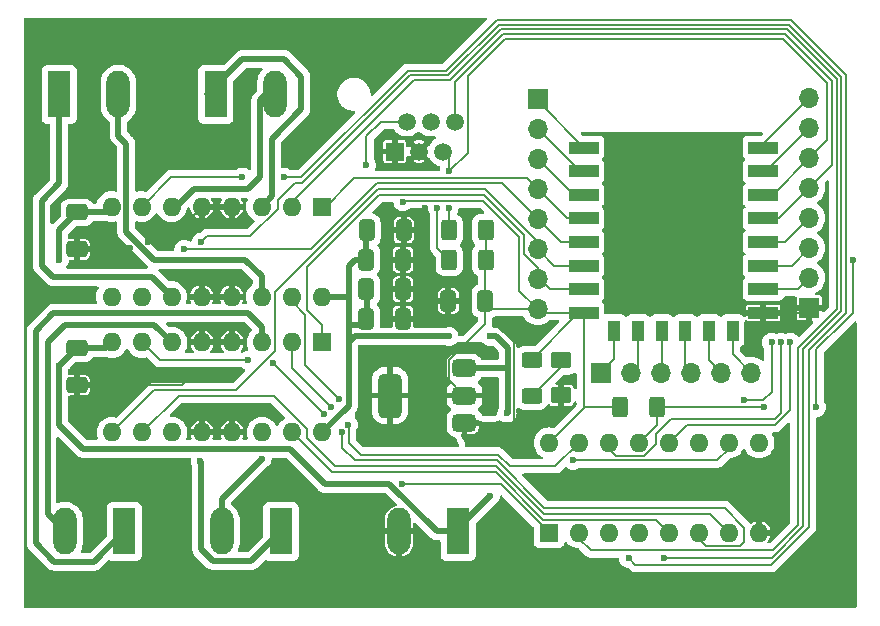
<source format=gbr>
%TF.GenerationSoftware,KiCad,Pcbnew,8.0.1*%
%TF.CreationDate,2024-04-08T22:20:49+02:00*%
%TF.ProjectId,driver,64726976-6572-42e6-9b69-6361645f7063,rev?*%
%TF.SameCoordinates,Original*%
%TF.FileFunction,Copper,L1,Top*%
%TF.FilePolarity,Positive*%
%FSLAX46Y46*%
G04 Gerber Fmt 4.6, Leading zero omitted, Abs format (unit mm)*
G04 Created by KiCad (PCBNEW 8.0.1) date 2024-04-08 22:20:49*
%MOMM*%
%LPD*%
G01*
G04 APERTURE LIST*
G04 Aperture macros list*
%AMRoundRect*
0 Rectangle with rounded corners*
0 $1 Rounding radius*
0 $2 $3 $4 $5 $6 $7 $8 $9 X,Y pos of 4 corners*
0 Add a 4 corners polygon primitive as box body*
4,1,4,$2,$3,$4,$5,$6,$7,$8,$9,$2,$3,0*
0 Add four circle primitives for the rounded corners*
1,1,$1+$1,$2,$3*
1,1,$1+$1,$4,$5*
1,1,$1+$1,$6,$7*
1,1,$1+$1,$8,$9*
0 Add four rect primitives between the rounded corners*
20,1,$1+$1,$2,$3,$4,$5,0*
20,1,$1+$1,$4,$5,$6,$7,0*
20,1,$1+$1,$6,$7,$8,$9,0*
20,1,$1+$1,$8,$9,$2,$3,0*%
G04 Aperture macros list end*
%TA.AperFunction,ComponentPad*%
%ADD10R,1.600000X1.600000*%
%TD*%
%TA.AperFunction,ComponentPad*%
%ADD11O,1.600000X1.600000*%
%TD*%
%TA.AperFunction,SMDPad,CuDef*%
%ADD12RoundRect,0.250000X-0.650000X0.412500X-0.650000X-0.412500X0.650000X-0.412500X0.650000X0.412500X0*%
%TD*%
%TA.AperFunction,SMDPad,CuDef*%
%ADD13RoundRect,0.250000X0.412500X0.650000X-0.412500X0.650000X-0.412500X-0.650000X0.412500X-0.650000X0*%
%TD*%
%TA.AperFunction,SMDPad,CuDef*%
%ADD14RoundRect,0.250000X-0.400000X-0.625000X0.400000X-0.625000X0.400000X0.625000X-0.400000X0.625000X0*%
%TD*%
%TA.AperFunction,SMDPad,CuDef*%
%ADD15RoundRect,0.250000X-0.625000X0.400000X-0.625000X-0.400000X0.625000X-0.400000X0.625000X0.400000X0*%
%TD*%
%TA.AperFunction,ComponentPad*%
%ADD16R,1.980000X3.960000*%
%TD*%
%TA.AperFunction,ComponentPad*%
%ADD17O,1.980000X3.960000*%
%TD*%
%TA.AperFunction,SMDPad,CuDef*%
%ADD18RoundRect,0.250000X0.400000X0.625000X-0.400000X0.625000X-0.400000X-0.625000X0.400000X-0.625000X0*%
%TD*%
%TA.AperFunction,ComponentPad*%
%ADD19R,1.700000X1.700000*%
%TD*%
%TA.AperFunction,ComponentPad*%
%ADD20O,1.700000X1.700000*%
%TD*%
%TA.AperFunction,SMDPad,CuDef*%
%ADD21RoundRect,0.250001X0.624999X-0.462499X0.624999X0.462499X-0.624999X0.462499X-0.624999X-0.462499X0*%
%TD*%
%TA.AperFunction,SMDPad,CuDef*%
%ADD22RoundRect,0.375000X0.625000X0.375000X-0.625000X0.375000X-0.625000X-0.375000X0.625000X-0.375000X0*%
%TD*%
%TA.AperFunction,SMDPad,CuDef*%
%ADD23RoundRect,0.500000X0.500000X1.400000X-0.500000X1.400000X-0.500000X-1.400000X0.500000X-1.400000X0*%
%TD*%
%TA.AperFunction,SMDPad,CuDef*%
%ADD24R,2.500000X1.000000*%
%TD*%
%TA.AperFunction,SMDPad,CuDef*%
%ADD25R,1.000000X1.800000*%
%TD*%
%TA.AperFunction,ComponentPad*%
%ADD26R,1.520000X1.520000*%
%TD*%
%TA.AperFunction,ComponentPad*%
%ADD27C,1.520000*%
%TD*%
%TA.AperFunction,SMDPad,CuDef*%
%ADD28RoundRect,0.250000X-0.412500X-0.650000X0.412500X-0.650000X0.412500X0.650000X-0.412500X0.650000X0*%
%TD*%
%TA.AperFunction,ViaPad*%
%ADD29C,0.600000*%
%TD*%
%TA.AperFunction,Conductor*%
%ADD30C,0.500000*%
%TD*%
%TA.AperFunction,Conductor*%
%ADD31C,0.200000*%
%TD*%
G04 APERTURE END LIST*
D10*
%TO.P,IC3,1,EN1\u002C2*%
%TO.N,Net-(IC1-GPIO16)*%
X92200000Y-55950000D03*
D11*
%TO.P,IC3,2,1A*%
%TO.N,Net-(IC2-QC)*%
X89660000Y-55950000D03*
%TO.P,IC3,3,1Y*%
%TO.N,Net-(IC3-1Y)*%
X87120000Y-55950000D03*
%TO.P,IC3,4,GND*%
%TO.N,GND*%
X84580000Y-55950000D03*
%TO.P,IC3,5,GND*%
X82040000Y-55950000D03*
%TO.P,IC3,6,2Y*%
%TO.N,Net-(IC3-2Y)*%
X79500000Y-55950000D03*
%TO.P,IC3,7,2A*%
%TO.N,Net-(IC2-QD)*%
X76960000Y-55950000D03*
%TO.P,IC3,8,VCC2*%
%TO.N,+9V*%
X74420000Y-55950000D03*
%TO.P,IC3,9,EN3\u002C4*%
%TO.N,Net-(IC1-GPIO14)*%
X74420000Y-63570000D03*
%TO.P,IC3,10,3A*%
%TO.N,Net-(IC2-QE)*%
X76960000Y-63570000D03*
%TO.P,IC3,11,3Y*%
%TO.N,Net-(IC3-3Y)*%
X79500000Y-63570000D03*
%TO.P,IC3,12,GND*%
%TO.N,GND*%
X82040000Y-63570000D03*
%TO.P,IC3,13,GND*%
X84580000Y-63570000D03*
%TO.P,IC3,14,4Y*%
%TO.N,Net-(IC3-4Y)*%
X87120000Y-63570000D03*
%TO.P,IC3,15,4A*%
%TO.N,Net-(IC2-QB)*%
X89660000Y-63570000D03*
%TO.P,IC3,16,VCC1*%
%TO.N,+9V*%
X92200000Y-63570000D03*
%TD*%
D12*
%TO.P,C5,1*%
%TO.N,+9V*%
X71500000Y-56450000D03*
%TO.P,C5,2*%
%TO.N,GND*%
X71500000Y-59575000D03*
%TD*%
D13*
%TO.P,C3,1*%
%TO.N,GND*%
X99156250Y-57950000D03*
%TO.P,C3,2*%
%TO.N,+9V*%
X96031250Y-57950000D03*
%TD*%
D14*
%TO.P,R4,1*%
%TO.N,Net-(IC1-GPIO4)*%
X103000000Y-60450000D03*
%TO.P,R4,2*%
%TO.N,+3.3V*%
X106100000Y-60450000D03*
%TD*%
D15*
%TO.P,R2,1*%
%TO.N,+3.3V*%
X110000000Y-68900000D03*
%TO.P,R2,2*%
%TO.N,Net-(D1-A)*%
X110000000Y-72000000D03*
%TD*%
D16*
%TO.P,M1,1,Pin_1*%
%TO.N,Net-(IC3-1Y)*%
X83235000Y-46450000D03*
D17*
%TO.P,M1,2,Pin_2*%
%TO.N,Net-(IC3-2Y)*%
X88235000Y-46450000D03*
%TD*%
D16*
%TO.P,BAT,1,Pin_1*%
%TO.N,+9V*%
X103765000Y-83450000D03*
D17*
%TO.P,BAT,2,Pin_2*%
%TO.N,GND*%
X98765000Y-83450000D03*
%TD*%
D18*
%TO.P,R1,1*%
%TO.N,Net-(IC1-GPIO0)*%
X120600000Y-72950000D03*
%TO.P,R1,2*%
%TO.N,+3.3V*%
X117500000Y-72950000D03*
%TD*%
D10*
%TO.P,IC2,1,QB*%
%TO.N,Net-(IC2-QB)*%
X111460000Y-83570000D03*
D11*
%TO.P,IC2,2,QC*%
%TO.N,Net-(IC2-QC)*%
X114000000Y-83570000D03*
%TO.P,IC2,3,QD*%
%TO.N,Net-(IC2-QD)*%
X116540000Y-83570000D03*
%TO.P,IC2,4,QE*%
%TO.N,Net-(IC2-QE)*%
X119080000Y-83570000D03*
%TO.P,IC2,5,QF*%
%TO.N,Net-(IC2-QF)*%
X121620000Y-83570000D03*
%TO.P,IC2,6,QG*%
%TO.N,Net-(IC2-QG)*%
X124160000Y-83570000D03*
%TO.P,IC2,7,QH*%
%TO.N,Net-(IC2-QH)*%
X126700000Y-83570000D03*
%TO.P,IC2,8,GND*%
%TO.N,GND*%
X129240000Y-83570000D03*
%TO.P,IC2,9,QH'*%
%TO.N,unconnected-(IC2-QH'-Pad9)*%
X129240000Y-75950000D03*
%TO.P,IC2,10,~{SRCLR}*%
%TO.N,+3.3V*%
X126700000Y-75950000D03*
%TO.P,IC2,11,SRCLK*%
%TO.N,Net-(IC1-GPIO3{slash}RXD)*%
X124160000Y-75950000D03*
%TO.P,IC2,12,RCLK*%
%TO.N,Net-(IC1-GPIO15)*%
X121620000Y-75950000D03*
%TO.P,IC2,13,~{OE}*%
%TO.N,Net-(IC1-GPIO0)*%
X119080000Y-75950000D03*
%TO.P,IC2,14,SER*%
%TO.N,Net-(IC1-GPIO2)*%
X116540000Y-75950000D03*
%TO.P,IC2,15,QA*%
%TO.N,Net-(IC2-QA)*%
X114000000Y-75950000D03*
%TO.P,IC2,16,VCC*%
%TO.N,+3.3V*%
X111460000Y-75950000D03*
%TD*%
D19*
%TO.P,J9,1,Pin_1*%
%TO.N,Net-(IC1-CS0)*%
X115880000Y-70010000D03*
D20*
%TO.P,J9,2,Pin_2*%
%TO.N,Net-(IC1-MISO)*%
X118420000Y-70010000D03*
%TO.P,J9,3,Pin_3*%
%TO.N,Net-(IC1-GPIO9)*%
X120960000Y-70010000D03*
%TO.P,J9,4,Pin_4*%
%TO.N,Net-(IC1-GPIO10)*%
X123500000Y-70010000D03*
%TO.P,J9,5,Pin_5*%
%TO.N,Net-(IC1-MOSI)*%
X126040000Y-70010000D03*
%TO.P,J9,6,Pin_6*%
%TO.N,Net-(IC1-SCLK)*%
X128580000Y-70010000D03*
%TD*%
D21*
%TO.P,D1,1,K*%
%TO.N,GND*%
X112500000Y-71937500D03*
%TO.P,D1,2,A*%
%TO.N,Net-(D1-A)*%
X112500000Y-68962500D03*
%TD*%
D22*
%TO.P,U5,1,GND*%
%TO.N,GND*%
X104300000Y-74250000D03*
%TO.P,U5,2,VO*%
%TO.N,+3.3V*%
X104300000Y-71950000D03*
D23*
X98000000Y-71950000D03*
D22*
%TO.P,U5,3,VI*%
%TO.N,+9V*%
X104300000Y-69650000D03*
%TD*%
D19*
%TO.P,J7,1,Pin_1*%
%TO.N,Net-(IC1-~{RST})*%
X110500000Y-46830000D03*
D20*
%TO.P,J7,2,Pin_2*%
%TO.N,Net-(IC1-ADC)*%
X110500000Y-49370000D03*
%TO.P,J7,3,Pin_3*%
%TO.N,Net-(IC1-EN)*%
X110500000Y-51910000D03*
%TO.P,J7,4,Pin_4*%
%TO.N,Net-(IC1-GPIO16)*%
X110500000Y-54450000D03*
%TO.P,J7,5,Pin_5*%
%TO.N,Net-(IC1-GPIO14)*%
X110500000Y-56990000D03*
%TO.P,J7,6,Pin_6*%
%TO.N,Net-(IC1-GPIO12)*%
X110500000Y-59530000D03*
%TO.P,J7,7,Pin_7*%
%TO.N,Net-(IC1-GPIO13)*%
X110500000Y-62070000D03*
%TO.P,J7,8,Pin_8*%
%TO.N,+3.3V*%
X110500000Y-64610000D03*
%TD*%
D13*
%TO.P,C2,1*%
%TO.N,GND*%
X99093750Y-62950000D03*
%TO.P,C2,2*%
%TO.N,+9V*%
X95968750Y-62950000D03*
%TD*%
D24*
%TO.P,IC1,1,~{RST}*%
%TO.N,Net-(IC1-~{RST})*%
X114400000Y-50950000D03*
%TO.P,IC1,2,ADC*%
%TO.N,Net-(IC1-ADC)*%
X114400000Y-52950000D03*
%TO.P,IC1,3,EN*%
%TO.N,Net-(IC1-EN)*%
X114400000Y-54950000D03*
%TO.P,IC1,4,GPIO16*%
%TO.N,Net-(IC1-GPIO16)*%
X114400000Y-56950000D03*
%TO.P,IC1,5,GPIO14*%
%TO.N,Net-(IC1-GPIO14)*%
X114400000Y-58950000D03*
%TO.P,IC1,6,GPIO12*%
%TO.N,Net-(IC1-GPIO12)*%
X114400000Y-60950000D03*
%TO.P,IC1,7,GPIO13*%
%TO.N,Net-(IC1-GPIO13)*%
X114400000Y-62950000D03*
%TO.P,IC1,8,VCC*%
%TO.N,+3.3V*%
X114400000Y-64950000D03*
D25*
%TO.P,IC1,9,CS0*%
%TO.N,Net-(IC1-CS0)*%
X117000000Y-66450000D03*
%TO.P,IC1,10,MISO*%
%TO.N,Net-(IC1-MISO)*%
X119000000Y-66450000D03*
%TO.P,IC1,11,GPIO9*%
%TO.N,Net-(IC1-GPIO9)*%
X121000000Y-66450000D03*
%TO.P,IC1,12,GPIO10*%
%TO.N,Net-(IC1-GPIO10)*%
X123000000Y-66450000D03*
%TO.P,IC1,13,MOSI*%
%TO.N,Net-(IC1-MOSI)*%
X125000000Y-66450000D03*
%TO.P,IC1,14,SCLK*%
%TO.N,Net-(IC1-SCLK)*%
X127000000Y-66450000D03*
D24*
%TO.P,IC1,15,GND*%
%TO.N,GND*%
X129600000Y-64950000D03*
%TO.P,IC1,16,GPIO15*%
%TO.N,Net-(IC1-GPIO15)*%
X129600000Y-62950000D03*
%TO.P,IC1,17,GPIO2*%
%TO.N,Net-(IC1-GPIO2)*%
X129600000Y-60950000D03*
%TO.P,IC1,18,GPIO0*%
%TO.N,Net-(IC1-GPIO0)*%
X129600000Y-58950000D03*
%TO.P,IC1,19,GPIO4*%
%TO.N,Net-(IC1-GPIO4)*%
X129600000Y-56950000D03*
%TO.P,IC1,20,GPIO5*%
%TO.N,Net-(IC1-GPIO5)*%
X129600000Y-54950000D03*
%TO.P,IC1,21,GPIO3/RXD*%
%TO.N,Net-(IC1-GPIO3{slash}RXD)*%
X129600000Y-52950000D03*
%TO.P,IC1,22,GPIO1/TXD*%
%TO.N,Net-(IC1-GPIO1{slash}TXD)*%
X129600000Y-50950000D03*
%TD*%
D12*
%TO.P,C6,1*%
%TO.N,+9V*%
X71500000Y-67950000D03*
%TO.P,C6,2*%
%TO.N,GND*%
X71500000Y-71075000D03*
%TD*%
D10*
%TO.P,IC4,1,EN1\u002C2*%
%TO.N,Net-(IC1-GPIO13)*%
X92240000Y-67450000D03*
D11*
%TO.P,IC4,2,1A*%
%TO.N,Net-(IC2-QA)*%
X89700000Y-67450000D03*
%TO.P,IC4,3,1Y*%
%TO.N,Net-(IC4-1Y)*%
X87160000Y-67450000D03*
%TO.P,IC4,4,GND*%
%TO.N,GND*%
X84620000Y-67450000D03*
%TO.P,IC4,5,GND*%
X82080000Y-67450000D03*
%TO.P,IC4,6,2Y*%
%TO.N,Net-(IC4-2Y)*%
X79540000Y-67450000D03*
%TO.P,IC4,7,2A*%
%TO.N,Net-(IC2-QG)*%
X77000000Y-67450000D03*
%TO.P,IC4,8,VCC2*%
%TO.N,+9V*%
X74460000Y-67450000D03*
%TO.P,IC4,9,EN3\u002C4*%
%TO.N,Net-(IC1-GPIO12)*%
X74460000Y-75070000D03*
%TO.P,IC4,10,3A*%
%TO.N,Net-(IC2-QH)*%
X77000000Y-75070000D03*
%TO.P,IC4,11,3Y*%
%TO.N,Net-(IC4-3Y)*%
X79540000Y-75070000D03*
%TO.P,IC4,12,GND*%
%TO.N,GND*%
X82080000Y-75070000D03*
%TO.P,IC4,13,GND*%
X84620000Y-75070000D03*
%TO.P,IC4,14,4Y*%
%TO.N,Net-(IC4-4Y)*%
X87160000Y-75070000D03*
%TO.P,IC4,15,4A*%
%TO.N,Net-(IC2-QF)*%
X89700000Y-75070000D03*
%TO.P,IC4,16,VCC1*%
%TO.N,+9V*%
X92240000Y-75070000D03*
%TD*%
D16*
%TO.P,M3,1,Pin_1*%
%TO.N,Net-(IC4-1Y)*%
X75500000Y-83450000D03*
D17*
%TO.P,M3,2,Pin_2*%
%TO.N,Net-(IC4-2Y)*%
X70500000Y-83450000D03*
%TD*%
D26*
%TO.P,6P6C,1*%
%TO.N,GND*%
X98400000Y-51290000D03*
D27*
%TO.P,6P6C,2*%
%TO.N,+3.3V*%
X99420000Y-48750000D03*
%TO.P,6P6C,3*%
%TO.N,GND*%
X100440000Y-51290000D03*
%TO.P,6P6C,4*%
%TO.N,unconnected-(J6-Pad4)*%
X101460000Y-48750000D03*
%TO.P,6P6C,5*%
%TO.N,Net-(IC1-GPIO5)*%
X102480000Y-51290000D03*
%TO.P,6P6C,6*%
%TO.N,Net-(IC1-GPIO4)*%
X103500000Y-48750000D03*
%TD*%
D13*
%TO.P,C7,1*%
%TO.N,+3.3V*%
X106062500Y-63950000D03*
%TO.P,C7,2*%
%TO.N,GND*%
X102937500Y-63950000D03*
%TD*%
D28*
%TO.P,C1,1*%
%TO.N,+9V*%
X95968750Y-60450000D03*
%TO.P,C1,2*%
%TO.N,GND*%
X99093750Y-60450000D03*
%TD*%
D19*
%TO.P,J8,1,Pin_1*%
%TO.N,GND*%
X133500000Y-64530000D03*
D20*
%TO.P,J8,2,Pin_2*%
%TO.N,Net-(IC1-GPIO15)*%
X133500000Y-61990000D03*
%TO.P,J8,3,Pin_3*%
%TO.N,Net-(IC1-GPIO2)*%
X133500000Y-59450000D03*
%TO.P,J8,4,Pin_4*%
%TO.N,Net-(IC1-GPIO0)*%
X133500000Y-56910000D03*
%TO.P,J8,5,Pin_5*%
%TO.N,Net-(IC1-GPIO4)*%
X133500000Y-54370000D03*
%TO.P,J8,6,Pin_6*%
%TO.N,Net-(IC1-GPIO5)*%
X133500000Y-51830000D03*
%TO.P,J8,7,Pin_7*%
%TO.N,Net-(IC1-GPIO3{slash}RXD)*%
X133500000Y-49290000D03*
%TO.P,J8,8,Pin_8*%
%TO.N,Net-(IC1-GPIO1{slash}TXD)*%
X133500000Y-46750000D03*
%TD*%
D16*
%TO.P,M2,1,Pin_1*%
%TO.N,Net-(IC3-3Y)*%
X70000000Y-46450000D03*
D17*
%TO.P,M2,2,Pin_2*%
%TO.N,Net-(IC3-4Y)*%
X75000000Y-46450000D03*
%TD*%
D16*
%TO.P,M4,1,Pin_1*%
%TO.N,Net-(IC4-3Y)*%
X88765000Y-83450000D03*
D17*
%TO.P,M4,2,Pin_2*%
%TO.N,Net-(IC4-4Y)*%
X83765000Y-83450000D03*
%TD*%
D14*
%TO.P,R3,1*%
%TO.N,Net-(IC1-GPIO5)*%
X103000000Y-57950000D03*
%TO.P,R3,2*%
%TO.N,+3.3V*%
X106100000Y-57950000D03*
%TD*%
D28*
%TO.P,C4,1*%
%TO.N,+9V*%
X95968750Y-65450000D03*
%TO.P,C4,2*%
%TO.N,GND*%
X99093750Y-65450000D03*
%TD*%
D29*
%TO.N,+9V*%
X107900000Y-73450000D03*
X70000000Y-69450000D03*
X103000000Y-66950000D03*
X70000000Y-60450000D03*
X106500000Y-80450000D03*
X106500000Y-66950000D03*
%TO.N,GND*%
X81500000Y-69950000D03*
X77530331Y-58919669D03*
X101000000Y-56050000D03*
X107000000Y-65950000D03*
X75969669Y-59480331D03*
X101531250Y-65450000D03*
%TO.N,Net-(IC1-GPIO15)*%
X131900000Y-67450000D03*
%TO.N,Net-(IC1-GPIO4)*%
X102000000Y-56050000D03*
%TO.N,+3.3V*%
X96000000Y-52450000D03*
X113500000Y-77450000D03*
X99100000Y-55550000D03*
%TO.N,Net-(IC1-GPIO14)*%
X80551471Y-59550000D03*
%TO.N,Net-(IC1-GPIO0)*%
X134100000Y-72950000D03*
X137200000Y-60450000D03*
X129699994Y-72950000D03*
%TO.N,Net-(IC1-GPIO3{slash}RXD)*%
X128000000Y-72350000D03*
X130299994Y-67450000D03*
%TO.N,Net-(IC1-GPIO5)*%
X103000000Y-56050000D03*
X103000000Y-52950000D03*
%TO.N,Net-(IC1-GPIO2)*%
X131099997Y-67450000D03*
%TO.N,Net-(IC2-QD)*%
X89000000Y-53450000D03*
X118210000Y-85740000D03*
X85500000Y-53450000D03*
%TO.N,Net-(IC2-QE)*%
X82000000Y-58950000D03*
X121180000Y-85670000D03*
%TO.N,Net-(IC2-QG)*%
X93934313Y-75015687D03*
X86000000Y-68950000D03*
X92434313Y-73515687D03*
X88108578Y-69189952D03*
%TO.N,Net-(IC2-QB)*%
X93700000Y-72250000D03*
X99006066Y-79443934D03*
%TO.N,Net-(IC2-QA)*%
X93000000Y-72950000D03*
X94464127Y-74416270D03*
%TO.N,Net-(IC4-3Y)*%
X81930000Y-77520000D03*
%TO.N,Net-(IC4-4Y)*%
X87160000Y-77290000D03*
%TD*%
D30*
%TO.N,+9V*%
X107750000Y-69650000D02*
X104300000Y-69650000D01*
D31*
X92240000Y-75070000D02*
X92120000Y-75070000D01*
D30*
X94500000Y-63450000D02*
X94380000Y-63570000D01*
X70300000Y-69150000D02*
X70000000Y-69450000D01*
X103000000Y-66950000D02*
X95000000Y-66950000D01*
X94500000Y-72810000D02*
X92240000Y-75070000D01*
D31*
X92000000Y-74950000D02*
X92120000Y-75070000D01*
D30*
X72000000Y-76450000D02*
X89500000Y-76450000D01*
X107950000Y-67900000D02*
X107950000Y-69450000D01*
X95000000Y-66950000D02*
X94500000Y-67450000D01*
X70000000Y-57950000D02*
X71500000Y-56450000D01*
X70000000Y-69450000D02*
X70000000Y-74450000D01*
X94500000Y-67450000D02*
X94500000Y-68450000D01*
X95468750Y-65950000D02*
X95968750Y-65450000D01*
X94500000Y-69825000D02*
X94500000Y-72810000D01*
X106500000Y-80450000D02*
X103765000Y-83185000D01*
X73960000Y-67950000D02*
X74460000Y-67450000D01*
X107950000Y-69450000D02*
X107750000Y-69650000D01*
X107950000Y-70950000D02*
X107950000Y-73400000D01*
X71500000Y-56450000D02*
X74300000Y-56450000D01*
X71500000Y-67950000D02*
X73960000Y-67950000D01*
X95031250Y-60450000D02*
X95968750Y-60450000D01*
X94500000Y-65950000D02*
X95468750Y-65950000D01*
D31*
X96031250Y-63012500D02*
X95968750Y-62950000D01*
D30*
X107000000Y-66950000D02*
X107950000Y-67900000D01*
X70300000Y-69150000D02*
X71500000Y-67950000D01*
X94500000Y-65950000D02*
X94500000Y-67450000D01*
X103765000Y-83185000D02*
X103765000Y-83450000D01*
X106500000Y-66950000D02*
X107000000Y-66950000D01*
X94380000Y-63570000D02*
X92200000Y-63570000D01*
D31*
X74300000Y-56450000D02*
X74420000Y-56330000D01*
D30*
X70000000Y-74450000D02*
X72000000Y-76450000D01*
D31*
X95991250Y-62450000D02*
X95968750Y-62472500D01*
D30*
X94500000Y-63450000D02*
X94500000Y-60981250D01*
D31*
X95968750Y-58012500D02*
X96031250Y-57950000D01*
D30*
X92500000Y-79450000D02*
X97951471Y-79450000D01*
X94500000Y-63450000D02*
X94500000Y-65950000D01*
X95968750Y-60450000D02*
X95968750Y-58012500D01*
X94500000Y-68450000D02*
X94500000Y-69825000D01*
X70000000Y-60450000D02*
X70000000Y-57950000D01*
X107950000Y-73400000D02*
X107900000Y-73450000D01*
X97951471Y-79450000D02*
X101951471Y-83450000D01*
X94500000Y-60981250D02*
X95031250Y-60450000D01*
X89500000Y-76450000D02*
X92500000Y-79450000D01*
X101951471Y-83450000D02*
X103765000Y-83450000D01*
X96031250Y-65472500D02*
X96031250Y-63012500D01*
X107950000Y-69450000D02*
X107950000Y-70950000D01*
D31*
%TO.N,GND*%
X75969669Y-59480331D02*
X75875000Y-59575000D01*
X81500000Y-69950000D02*
X80375000Y-71075000D01*
X133080000Y-64950000D02*
X133500000Y-64530000D01*
X77530331Y-58919669D02*
X79070331Y-58919669D01*
X101000000Y-63450000D02*
X101000000Y-56050000D01*
X108500000Y-74250000D02*
X108500000Y-67450000D01*
X75875000Y-59575000D02*
X71500000Y-59575000D01*
X80375000Y-71075000D02*
X71500000Y-71075000D01*
X111175000Y-74250000D02*
X112500000Y-72925000D01*
X129600000Y-64950000D02*
X133080000Y-64950000D01*
X82080000Y-75070000D02*
X82460000Y-75450000D01*
X112500000Y-72925000D02*
X112500000Y-71937500D01*
X108500000Y-67450000D02*
X107000000Y-65950000D01*
X102937500Y-63950000D02*
X101500000Y-63950000D01*
X101500000Y-63950000D02*
X101000000Y-63450000D01*
X79070331Y-58919669D02*
X82040000Y-55950000D01*
X99116250Y-62450000D02*
X99093750Y-62472500D01*
X99178750Y-65450000D02*
X99156250Y-65472500D01*
X101531250Y-65450000D02*
X99093750Y-65450000D01*
X104300000Y-74250000D02*
X111175000Y-74250000D01*
%TO.N,Net-(D1-A)*%
X112500000Y-68962500D02*
X112500000Y-69500000D01*
X112500000Y-69500000D02*
X110000000Y-72000000D01*
%TO.N,Net-(IC1-MISO)*%
X119000000Y-69430000D02*
X118420000Y-70010000D01*
X119000000Y-66010000D02*
X119000000Y-69430000D01*
%TO.N,Net-(IC1-GPIO13)*%
X109350000Y-60006346D02*
X110500000Y-61156346D01*
X111500000Y-62950000D02*
X114400000Y-62950000D01*
X110620000Y-62070000D02*
X111500000Y-62950000D01*
X92240000Y-65964314D02*
X92240000Y-67450000D01*
X105934314Y-54950000D02*
X97076378Y-54950000D01*
X91000000Y-64724314D02*
X92240000Y-65964314D01*
X109350000Y-58365686D02*
X105934314Y-54950000D01*
X110500000Y-61156346D02*
X110500000Y-62070000D01*
X97076378Y-54950000D02*
X91000000Y-61026378D01*
X110500000Y-62070000D02*
X110620000Y-62070000D01*
X109350000Y-60006346D02*
X109350000Y-58365686D01*
X91000000Y-61026378D02*
X91000000Y-64724314D01*
%TO.N,Net-(IC1-GPIO15)*%
X132540000Y-62950000D02*
X133500000Y-61990000D01*
X129600000Y-62950000D02*
X132540000Y-62950000D01*
X131900000Y-67450000D02*
X131900000Y-73181372D01*
X131900000Y-73181372D02*
X130631372Y-74450000D01*
X130631372Y-74450000D02*
X123120000Y-74450000D01*
X123120000Y-74450000D02*
X121620000Y-75950000D01*
%TO.N,Net-(IC1-GPIO10)*%
X123000000Y-66010000D02*
X123000000Y-69510000D01*
X123000000Y-69510000D02*
X123500000Y-70010000D01*
%TO.N,Net-(IC1-GPIO1{slash}TXD)*%
X129600000Y-50950000D02*
X129600000Y-50650000D01*
X129600000Y-50650000D02*
X133500000Y-46750000D01*
%TO.N,Net-(IC1-ADC)*%
X114400000Y-52950000D02*
X114080000Y-52950000D01*
X114080000Y-52950000D02*
X110500000Y-49370000D01*
%TO.N,Net-(IC1-GPIO4)*%
X129600000Y-56950000D02*
X130920000Y-56950000D01*
X130920000Y-56950000D02*
X133500000Y-54370000D01*
X103000000Y-60450000D02*
X102000000Y-59450000D01*
X133500000Y-54370000D02*
X135400000Y-52470000D01*
X131465686Y-41350000D02*
X107534314Y-41350000D01*
X107534314Y-41350000D02*
X103500000Y-45384314D01*
X135400000Y-52470000D02*
X135400000Y-45284314D01*
X102000000Y-59450000D02*
X102000000Y-56050000D01*
X103500000Y-45384314D02*
X103500000Y-48750000D01*
X135400000Y-45284314D02*
X131465686Y-41350000D01*
%TO.N,Net-(IC1-GPIO16)*%
X94980000Y-53550000D02*
X109600000Y-53550000D01*
X113000000Y-56950000D02*
X110500000Y-54450000D01*
X114400000Y-56950000D02*
X113000000Y-56950000D01*
X92200000Y-56330000D02*
X94980000Y-53550000D01*
X109600000Y-53550000D02*
X110500000Y-54450000D01*
%TO.N,+3.3V*%
X114400000Y-64950000D02*
X110840000Y-64950000D01*
X106062500Y-61277500D02*
X106100000Y-61240000D01*
X125700000Y-77450000D02*
X126700000Y-76450000D01*
X106062500Y-65887500D02*
X103000000Y-68950000D01*
X109500000Y-64610000D02*
X110500000Y-64610000D01*
X110840000Y-64950000D02*
X110500000Y-64610000D01*
X96000000Y-50002843D02*
X97252843Y-48750000D01*
X106062500Y-63950000D02*
X106062500Y-65887500D01*
X97252843Y-48750000D02*
X99420000Y-48750000D01*
X108500000Y-64610000D02*
X109500000Y-64610000D01*
X96000000Y-52450000D02*
X96000000Y-50002843D01*
X114460000Y-72950000D02*
X114400000Y-73010000D01*
X105868628Y-55450000D02*
X108950000Y-58531372D01*
X114400000Y-73010000D02*
X111460000Y-75950000D01*
X107340000Y-64610000D02*
X106722500Y-64610000D01*
X104300000Y-71950000D02*
X103000000Y-70650000D01*
X103000000Y-70650000D02*
X103000000Y-68950000D01*
X117500000Y-72950000D02*
X114460000Y-72950000D01*
X113500000Y-77450000D02*
X125700000Y-77450000D01*
X114400000Y-64950000D02*
X114500000Y-65050000D01*
X107340000Y-64610000D02*
X108500000Y-64610000D01*
X108950000Y-58531372D02*
X108950000Y-63060000D01*
X106062500Y-63950000D02*
X106062500Y-61277500D01*
X99200000Y-55450000D02*
X105868628Y-55450000D01*
X113950000Y-64950000D02*
X114400000Y-64950000D01*
X114400000Y-64950000D02*
X114400000Y-73010000D01*
X108950000Y-63060000D02*
X110500000Y-64610000D01*
X99100000Y-55550000D02*
X99200000Y-55450000D01*
X98000000Y-71950000D02*
X104300000Y-71950000D01*
X106722500Y-64610000D02*
X106062500Y-63950000D01*
X110000000Y-68900000D02*
X113950000Y-64950000D01*
X106100000Y-61240000D02*
X106100000Y-57950000D01*
%TO.N,Net-(IC1-GPIO14)*%
X80551471Y-59550000D02*
X91334314Y-59550000D01*
X112460000Y-58950000D02*
X114400000Y-58950000D01*
X107460000Y-53950000D02*
X110500000Y-56990000D01*
X112460000Y-58950000D02*
X110500000Y-56990000D01*
X91334314Y-59550000D02*
X96934314Y-53950000D01*
X96934314Y-53950000D02*
X107460000Y-53950000D01*
%TO.N,Net-(IC1-GPIO0)*%
X129600000Y-58950000D02*
X131460000Y-58950000D01*
X120600000Y-72950000D02*
X120600000Y-74430000D01*
X131460000Y-58950000D02*
X133500000Y-56910000D01*
X137200000Y-64947058D02*
X137200000Y-60450000D01*
X120600000Y-74430000D02*
X119080000Y-75950000D01*
X134100000Y-68047058D02*
X136598529Y-65548529D01*
X136598529Y-65548529D02*
X137200000Y-64947058D01*
X134100000Y-72950000D02*
X134100000Y-68047058D01*
X120600000Y-72950000D02*
X129699994Y-72950000D01*
%TO.N,Net-(IC1-GPIO9)*%
X121000000Y-66010000D02*
X121000000Y-69970000D01*
X121000000Y-69970000D02*
X120960000Y-70010000D01*
%TO.N,Net-(IC1-GPIO3{slash}RXD)*%
X129600000Y-72350000D02*
X130299994Y-71650006D01*
X128000000Y-72350000D02*
X129600000Y-72350000D01*
X130299994Y-71650006D02*
X130299994Y-67450000D01*
X129840000Y-52950000D02*
X133500000Y-49290000D01*
X129600000Y-52950000D02*
X129840000Y-52950000D01*
%TO.N,Net-(IC1-GPIO5)*%
X103000000Y-57950000D02*
X103000000Y-56050000D01*
X103000000Y-52950000D02*
X103000000Y-51810000D01*
X131300000Y-41750000D02*
X107700000Y-41750000D01*
X104560000Y-51390000D02*
X103000000Y-52950000D01*
X135000000Y-45450000D02*
X131300000Y-41750000D01*
X104560000Y-44890000D02*
X104560000Y-51390000D01*
X103000000Y-51810000D02*
X102480000Y-51290000D01*
X130380000Y-54950000D02*
X133500000Y-51830000D01*
X107700000Y-41750000D02*
X104560000Y-44890000D01*
X129600000Y-54950000D02*
X130380000Y-54950000D01*
X133500000Y-51830000D02*
X135000000Y-50330000D01*
X135000000Y-50330000D02*
X135000000Y-45450000D01*
%TO.N,Net-(IC1-~{RST})*%
X114400000Y-50950000D02*
X110500000Y-47050000D01*
X110500000Y-47050000D02*
X110500000Y-46830000D01*
%TO.N,Net-(IC1-SCLK)*%
X127000000Y-68430000D02*
X128580000Y-70010000D01*
X127000000Y-66010000D02*
X127000000Y-68430000D01*
%TO.N,Net-(IC1-EN)*%
X113540000Y-54950000D02*
X110500000Y-51910000D01*
X114400000Y-54950000D02*
X113540000Y-54950000D01*
%TO.N,Net-(IC1-MOSI)*%
X125000000Y-68970000D02*
X126040000Y-70010000D01*
X125000000Y-66010000D02*
X125000000Y-68970000D01*
%TO.N,Net-(IC1-GPIO12)*%
X97000000Y-54450000D02*
X88260000Y-63190000D01*
X78055000Y-71475000D02*
X74460000Y-75070000D01*
X88260000Y-68190000D02*
X84975000Y-71475000D01*
X110500000Y-59530000D02*
X111920000Y-60950000D01*
X106000000Y-54450000D02*
X97000000Y-54450000D01*
X110500000Y-58950000D02*
X106000000Y-54450000D01*
X84975000Y-71475000D02*
X78055000Y-71475000D01*
X88260000Y-63190000D02*
X88260000Y-68190000D01*
X111920000Y-60950000D02*
X114400000Y-60950000D01*
%TO.N,Net-(IC1-GPIO2)*%
X119535635Y-77050000D02*
X117140000Y-77050000D01*
X130565686Y-73950000D02*
X121750000Y-73950000D01*
X120520000Y-76065635D02*
X119535635Y-77050000D01*
X132000000Y-60950000D02*
X133500000Y-59450000D01*
X120520000Y-75180000D02*
X120520000Y-76065635D01*
X117140000Y-77050000D02*
X116540000Y-76450000D01*
X131099997Y-67450000D02*
X131099997Y-73415689D01*
X131099997Y-73415689D02*
X130565686Y-73950000D01*
X121750000Y-73950000D02*
X120520000Y-75180000D01*
X129600000Y-60950000D02*
X132000000Y-60950000D01*
%TO.N,Net-(IC1-CS0)*%
X117000000Y-66010000D02*
X117000000Y-68890000D01*
X117000000Y-68890000D02*
X115880000Y-70010000D01*
%TO.N,Net-(IC2-QD)*%
X99498528Y-44451472D02*
X102735785Y-44451472D01*
X107037257Y-40150000D02*
X131962743Y-40150000D01*
X136600000Y-64981371D02*
X133500000Y-68081372D01*
X131962743Y-40150000D02*
X136600000Y-44787256D01*
X79460000Y-53450000D02*
X76960000Y-55950000D01*
X89000000Y-53450000D02*
X90500000Y-53450000D01*
X85500000Y-53450000D02*
X79460000Y-53450000D01*
X133500000Y-68081372D02*
X133500000Y-83081372D01*
X136600000Y-44787256D02*
X136600000Y-64981371D01*
X118759265Y-86289265D02*
X118210000Y-85740000D01*
X133500000Y-83081372D02*
X130292107Y-86289265D01*
X102735785Y-44451472D02*
X107037257Y-40150000D01*
X90500000Y-53450000D02*
X99498528Y-44451472D01*
X130292107Y-86289265D02*
X118759265Y-86289265D01*
%TO.N,Net-(IC2-QE)*%
X136200000Y-64815686D02*
X133000000Y-68015686D01*
X88500000Y-55373403D02*
X89923403Y-53950000D01*
X136200000Y-44952942D02*
X136200000Y-64815686D01*
X130345686Y-85670000D02*
X121180000Y-85670000D01*
X133000000Y-68015686D02*
X133000000Y-83015686D01*
X82000000Y-58950000D02*
X82500000Y-58450000D01*
X133000000Y-83015686D02*
X130345686Y-85670000D01*
X88500000Y-56125635D02*
X88500000Y-55373403D01*
X82500000Y-58450000D02*
X86175635Y-58450000D01*
X99664214Y-44851472D02*
X102901471Y-44851472D01*
X102901471Y-44851472D02*
X107202943Y-40550000D01*
X90565686Y-53950000D02*
X99664214Y-44851472D01*
X131797058Y-40550000D02*
X136200000Y-44952942D01*
X89923403Y-53950000D02*
X90565686Y-53950000D01*
X107202943Y-40550000D02*
X131797058Y-40550000D01*
X86175635Y-58450000D02*
X88500000Y-56125635D01*
%TO.N,Net-(IC2-QG)*%
X93934313Y-76384313D02*
X95000000Y-77450000D01*
X95000000Y-77450000D02*
X107065686Y-77450000D01*
X92434313Y-73515687D02*
X88108578Y-69189952D01*
X111065686Y-81450000D02*
X126317817Y-81450000D01*
X128000000Y-83132183D02*
X128000000Y-84325635D01*
X128000000Y-84325635D02*
X127655635Y-84670000D01*
X78500000Y-68950000D02*
X77000000Y-67450000D01*
X93934313Y-75015687D02*
X93934313Y-76384313D01*
X107065686Y-77450000D02*
X111065686Y-81450000D01*
X86000000Y-68950000D02*
X78500000Y-68950000D01*
X124760000Y-84670000D02*
X124160000Y-84070000D01*
X127655635Y-84670000D02*
X124760000Y-84670000D01*
X126317817Y-81450000D02*
X128000000Y-83132183D01*
%TO.N,Net-(IC2-QB)*%
X90800000Y-65090000D02*
X89660000Y-63950000D01*
X93700000Y-72250000D02*
X90800000Y-69350000D01*
X107368628Y-79450000D02*
X111460000Y-83541372D01*
X99012132Y-79450000D02*
X107368628Y-79450000D01*
X99006066Y-79443934D02*
X99012132Y-79450000D01*
X90800000Y-69350000D02*
X90800000Y-65090000D01*
X111460000Y-83541372D02*
X111460000Y-84070000D01*
%TO.N,Net-(IC2-QF)*%
X106934315Y-78450000D02*
X110934315Y-82450000D01*
X93080000Y-78450000D02*
X106934315Y-78450000D01*
X110934315Y-82450000D02*
X120500000Y-82450000D01*
X89700000Y-75070000D02*
X93080000Y-78450000D01*
X120500000Y-82450000D02*
X121620000Y-83570000D01*
%TO.N,Net-(IC2-QA)*%
X94534313Y-74486456D02*
X94534313Y-75984313D01*
X94534313Y-75984313D02*
X95500000Y-76950000D01*
X94464127Y-74416270D02*
X94534313Y-74486456D01*
X112000000Y-77950000D02*
X114000000Y-75950000D01*
X93000000Y-72950000D02*
X89700000Y-69650000D01*
X89700000Y-69650000D02*
X89700000Y-67450000D01*
X95500000Y-76950000D02*
X107131372Y-76950000D01*
X108131372Y-77950000D02*
X112000000Y-77950000D01*
X107131372Y-76950000D02*
X108131372Y-77950000D01*
%TO.N,Net-(IC2-QC)*%
X130380000Y-85070000D02*
X132500000Y-82950000D01*
X89660000Y-55605686D02*
X89660000Y-55950000D01*
X135800000Y-64650000D02*
X135800000Y-45118628D01*
X131631372Y-40950000D02*
X107368629Y-40950000D01*
X115000000Y-85070000D02*
X130380000Y-85070000D01*
X107368629Y-40950000D02*
X103067157Y-45251472D01*
X135800000Y-45118628D02*
X131631372Y-40950000D01*
X100014214Y-45251472D02*
X89660000Y-55605686D01*
X114000000Y-84070000D02*
X115000000Y-85070000D01*
X103067157Y-45251472D02*
X100014214Y-45251472D01*
X132500000Y-82950000D02*
X132500000Y-67950000D01*
X132500000Y-67950000D02*
X135800000Y-64650000D01*
%TO.N,Net-(IC2-QH)*%
X77000000Y-75070000D02*
X80120000Y-71950000D01*
X125080000Y-81950000D02*
X126700000Y-83570000D01*
X111000000Y-81950000D02*
X125080000Y-81950000D01*
X88135635Y-71950000D02*
X91000000Y-74814365D01*
X91000000Y-75585635D02*
X93364365Y-77950000D01*
X80120000Y-71950000D02*
X88135635Y-71950000D01*
X107000000Y-77950000D02*
X111000000Y-81950000D01*
X91000000Y-74814365D02*
X91000000Y-75585635D01*
X93364365Y-77950000D02*
X107000000Y-77950000D01*
D30*
%TO.N,Net-(IC3-2Y)*%
X87000000Y-46950000D02*
X87000000Y-53450000D01*
X81380000Y-54450000D02*
X79500000Y-56330000D01*
X87000000Y-53450000D02*
X86000000Y-54450000D01*
X87500000Y-46450000D02*
X87000000Y-46950000D01*
X86000000Y-54450000D02*
X81380000Y-54450000D01*
%TO.N,Net-(IC3-4Y)*%
X74735000Y-46450000D02*
X75000000Y-46715000D01*
X75000000Y-49950000D02*
X75670000Y-50620000D01*
X75670000Y-50620000D02*
X75670000Y-58120000D01*
X85750000Y-60450000D02*
X87120000Y-61820000D01*
X87120000Y-61820000D02*
X87120000Y-63570000D01*
X75670000Y-58120000D02*
X78000000Y-60450000D01*
X75000000Y-46715000D02*
X75000000Y-49950000D01*
X78000000Y-60450000D02*
X85750000Y-60450000D01*
%TO.N,Net-(IC3-3Y)*%
X70000000Y-46450000D02*
X70000000Y-53950000D01*
X68500000Y-60950000D02*
X69500000Y-61950000D01*
X69500000Y-61950000D02*
X77880000Y-61950000D01*
X70000000Y-53950000D02*
X68500000Y-55450000D01*
X77880000Y-61950000D02*
X79500000Y-63570000D01*
X68500000Y-55450000D02*
X68500000Y-60950000D01*
%TO.N,Net-(IC3-1Y)*%
X90500000Y-47700000D02*
X88000000Y-50200000D01*
X82500000Y-46450000D02*
X85500000Y-43450000D01*
X90500000Y-44950000D02*
X90500000Y-47700000D01*
X88000000Y-50200000D02*
X88000000Y-55070000D01*
X88000000Y-55070000D02*
X87120000Y-55950000D01*
X85500000Y-43450000D02*
X89000000Y-43450000D01*
X87120000Y-55950000D02*
X87120000Y-56330000D01*
X89000000Y-43450000D02*
X90500000Y-44950000D01*
%TO.N,Net-(IC4-3Y)*%
X82000000Y-77590000D02*
X82000000Y-84950000D01*
X81930000Y-77520000D02*
X82000000Y-77590000D01*
X83000000Y-85950000D02*
X86265000Y-85950000D01*
X86265000Y-85950000D02*
X88765000Y-83450000D01*
X82000000Y-84950000D02*
X83000000Y-85950000D01*
%TO.N,Net-(IC4-4Y)*%
X87160000Y-77290000D02*
X83765000Y-80685000D01*
X83765000Y-80685000D02*
X83765000Y-83450000D01*
%TO.N,Net-(IC4-2Y)*%
X69000000Y-67450000D02*
X70500000Y-65950000D01*
X69000000Y-81950000D02*
X69000000Y-67450000D01*
X78040000Y-65950000D02*
X79540000Y-67450000D01*
X70500000Y-65950000D02*
X78040000Y-65950000D01*
X70500000Y-83450000D02*
X69000000Y-81950000D01*
%TO.N,Net-(IC4-1Y)*%
X75500000Y-83450000D02*
X72917914Y-86032086D01*
X69582086Y-86032086D02*
X68000000Y-84450000D01*
X68000000Y-66450000D02*
X69500000Y-64950000D01*
X68000000Y-84450000D02*
X68000000Y-66450000D01*
X87160000Y-66110000D02*
X87160000Y-67450000D01*
X72917914Y-86032086D02*
X69582086Y-86032086D01*
X69500000Y-64950000D02*
X86000000Y-64950000D01*
X86000000Y-64950000D02*
X87160000Y-66110000D01*
%TD*%
%TA.AperFunction,Conductor*%
%TO.N,+3.3V*%
G36*
X105883599Y-67469685D02*
G01*
X105904241Y-67486319D01*
X105997738Y-67579816D01*
X106150478Y-67675789D01*
X106167611Y-67681784D01*
X106320745Y-67735368D01*
X106320750Y-67735369D01*
X106499996Y-67755565D01*
X106500000Y-67755565D01*
X106500003Y-67755565D01*
X106660129Y-67737523D01*
X106728951Y-67749577D01*
X106761694Y-67773062D01*
X107163181Y-68174549D01*
X107196666Y-68235872D01*
X107199500Y-68262230D01*
X107199500Y-68775500D01*
X107179815Y-68842539D01*
X107127011Y-68888294D01*
X107075500Y-68899500D01*
X105792942Y-68899500D01*
X105725903Y-68879815D01*
X105681854Y-68830594D01*
X105667030Y-68800704D01*
X105547722Y-68652278D01*
X105547721Y-68652277D01*
X105399295Y-68532969D01*
X105399292Y-68532967D01*
X105228697Y-68448360D01*
X105043892Y-68402400D01*
X105022506Y-68400950D01*
X105001123Y-68399500D01*
X105001120Y-68399500D01*
X103598877Y-68399500D01*
X103598874Y-68399501D01*
X103556113Y-68402399D01*
X103556112Y-68402399D01*
X103371303Y-68448360D01*
X103200707Y-68532967D01*
X103200704Y-68532969D01*
X103052278Y-68652277D01*
X103052277Y-68652278D01*
X102932969Y-68800704D01*
X102932967Y-68800707D01*
X102848360Y-68971302D01*
X102802400Y-69156107D01*
X102799500Y-69198879D01*
X102799500Y-70101122D01*
X102799501Y-70101125D01*
X102802399Y-70143886D01*
X102802399Y-70143887D01*
X102848360Y-70328696D01*
X102932967Y-70499292D01*
X102932969Y-70499295D01*
X103052277Y-70647721D01*
X103052278Y-70647722D01*
X103121884Y-70703673D01*
X103161803Y-70761016D01*
X103164383Y-70830838D01*
X103128804Y-70890971D01*
X103121885Y-70896967D01*
X103052631Y-70952635D01*
X102933392Y-71100974D01*
X102933390Y-71100977D01*
X102848831Y-71271476D01*
X102802897Y-71456175D01*
X102800000Y-71498903D01*
X102800000Y-71700000D01*
X105800000Y-71700000D01*
X105800000Y-71498903D01*
X105797102Y-71456175D01*
X105751168Y-71271476D01*
X105666609Y-71100977D01*
X105666607Y-71100974D01*
X105547367Y-70952633D01*
X105547366Y-70952632D01*
X105478115Y-70896967D01*
X105438196Y-70839624D01*
X105435616Y-70769802D01*
X105471194Y-70709669D01*
X105478089Y-70703694D01*
X105547722Y-70647722D01*
X105667030Y-70499296D01*
X105681854Y-70469406D01*
X105729275Y-70418093D01*
X105792942Y-70400500D01*
X107075500Y-70400500D01*
X107142539Y-70420185D01*
X107188294Y-70472989D01*
X107199500Y-70524500D01*
X107199500Y-73024507D01*
X107180494Y-73090478D01*
X107174209Y-73100479D01*
X107114633Y-73270737D01*
X107114630Y-73270750D01*
X107094435Y-73449996D01*
X107094435Y-73449997D01*
X107097874Y-73480525D01*
X107085817Y-73549347D01*
X107038467Y-73600725D01*
X107013867Y-73612042D01*
X106920590Y-73643136D01*
X106881376Y-73649500D01*
X105866916Y-73649500D01*
X105799877Y-73629815D01*
X105754122Y-73577011D01*
X105752425Y-73572887D01*
X105667032Y-73400707D01*
X105667030Y-73400704D01*
X105547724Y-73252280D01*
X105547722Y-73252278D01*
X105478112Y-73196324D01*
X105438196Y-73138985D01*
X105435616Y-73069163D01*
X105471194Y-73009030D01*
X105478115Y-73003033D01*
X105547366Y-72947367D01*
X105547367Y-72947366D01*
X105666607Y-72799025D01*
X105666609Y-72799022D01*
X105751168Y-72628523D01*
X105797102Y-72443824D01*
X105800000Y-72401096D01*
X105800000Y-72200000D01*
X102800000Y-72200000D01*
X102800000Y-72401096D01*
X102802897Y-72443824D01*
X102848831Y-72628523D01*
X102933390Y-72799022D01*
X102933392Y-72799025D01*
X103052630Y-72947364D01*
X103121884Y-73003031D01*
X103161803Y-73060375D01*
X103164383Y-73130197D01*
X103128805Y-73190329D01*
X103121885Y-73196326D01*
X103052276Y-73252280D01*
X102932969Y-73400704D01*
X102932967Y-73400707D01*
X102848360Y-73571302D01*
X102802400Y-73756107D01*
X102799500Y-73798879D01*
X102799500Y-74701122D01*
X102799501Y-74701125D01*
X102802399Y-74743886D01*
X102802399Y-74743887D01*
X102848360Y-74928696D01*
X102932967Y-75099292D01*
X102932969Y-75099295D01*
X103052277Y-75247721D01*
X103052278Y-75247722D01*
X103200704Y-75367030D01*
X103200707Y-75367032D01*
X103286005Y-75409335D01*
X103371307Y-75451641D01*
X103463775Y-75474637D01*
X103524081Y-75509918D01*
X103544757Y-75539516D01*
X103860022Y-76170045D01*
X103872397Y-76238811D01*
X103845629Y-76303350D01*
X103788219Y-76343172D01*
X103749113Y-76349500D01*
X95800098Y-76349500D01*
X95733059Y-76329815D01*
X95712417Y-76313181D01*
X95171132Y-75771896D01*
X95137647Y-75710573D01*
X95134813Y-75684215D01*
X95134813Y-74889210D01*
X95153819Y-74823239D01*
X95189916Y-74765792D01*
X95249495Y-74595525D01*
X95249939Y-74591584D01*
X95269692Y-74416273D01*
X95269692Y-74416266D01*
X95249496Y-74237020D01*
X95249495Y-74237015D01*
X95189915Y-74066746D01*
X95093942Y-73914007D01*
X95036319Y-73856384D01*
X95002834Y-73795061D01*
X95000000Y-73768703D01*
X95000000Y-73422729D01*
X95019685Y-73355690D01*
X95036320Y-73335047D01*
X95082950Y-73288417D01*
X95082950Y-73288416D01*
X95082952Y-73288415D01*
X95121256Y-73231088D01*
X95165084Y-73165495D01*
X95194489Y-73094506D01*
X95221659Y-73028912D01*
X95250500Y-72883917D01*
X95250500Y-72736082D01*
X95250500Y-72200000D01*
X96500000Y-72200000D01*
X96500000Y-73408000D01*
X96510608Y-73527325D01*
X96510609Y-73527328D01*
X96566557Y-73722861D01*
X96660721Y-73903129D01*
X96789246Y-74060753D01*
X96946870Y-74189278D01*
X97127138Y-74283442D01*
X97322671Y-74339390D01*
X97322674Y-74339391D01*
X97441999Y-74349999D01*
X97442002Y-74350000D01*
X97750000Y-74350000D01*
X97750000Y-72200000D01*
X98250000Y-72200000D01*
X98250000Y-74350000D01*
X98557998Y-74350000D01*
X98558000Y-74349999D01*
X98677325Y-74339391D01*
X98677328Y-74339390D01*
X98872861Y-74283442D01*
X99053129Y-74189278D01*
X99210753Y-74060753D01*
X99339278Y-73903129D01*
X99433442Y-73722861D01*
X99489390Y-73527328D01*
X99489391Y-73527325D01*
X99499999Y-73408000D01*
X99500000Y-73407998D01*
X99500000Y-72200000D01*
X98250000Y-72200000D01*
X97750000Y-72200000D01*
X96500000Y-72200000D01*
X95250500Y-72200000D01*
X95250500Y-71700000D01*
X96500000Y-71700000D01*
X97750000Y-71700000D01*
X97750000Y-69550000D01*
X98250000Y-69550000D01*
X98250000Y-71700000D01*
X99500000Y-71700000D01*
X99500000Y-70492002D01*
X99499999Y-70491999D01*
X99489391Y-70372674D01*
X99489390Y-70372671D01*
X99433442Y-70177138D01*
X99339278Y-69996870D01*
X99210753Y-69839246D01*
X99053129Y-69710721D01*
X98872861Y-69616557D01*
X98677328Y-69560609D01*
X98677325Y-69560608D01*
X98558000Y-69550000D01*
X98250000Y-69550000D01*
X97750000Y-69550000D01*
X97441999Y-69550000D01*
X97322674Y-69560608D01*
X97322671Y-69560609D01*
X97127138Y-69616557D01*
X96946870Y-69710721D01*
X96789246Y-69839246D01*
X96660721Y-69996870D01*
X96566557Y-70177138D01*
X96510609Y-70372671D01*
X96510608Y-70372674D01*
X96500000Y-70491999D01*
X96500000Y-71700000D01*
X95250500Y-71700000D01*
X95250500Y-69751082D01*
X95250500Y-68376082D01*
X95250500Y-67824500D01*
X95270185Y-67757461D01*
X95322989Y-67711706D01*
X95374500Y-67700500D01*
X102700028Y-67700500D01*
X102740983Y-67707458D01*
X102820745Y-67735368D01*
X102820750Y-67735369D01*
X102999996Y-67755565D01*
X103000000Y-67755565D01*
X103000004Y-67755565D01*
X103179249Y-67735369D01*
X103179252Y-67735368D01*
X103179255Y-67735368D01*
X103349522Y-67675789D01*
X103502262Y-67579816D01*
X103595759Y-67486319D01*
X103657082Y-67452834D01*
X103683440Y-67450000D01*
X105816560Y-67450000D01*
X105883599Y-67469685D01*
G37*
%TD.AperFunction*%
%TD*%
%TA.AperFunction,Conductor*%
%TO.N,GND*%
G36*
X106155199Y-39970185D02*
G01*
X106200954Y-40022989D01*
X106210898Y-40092147D01*
X106181873Y-40155703D01*
X106175841Y-40162181D01*
X102523369Y-43814653D01*
X102462046Y-43848138D01*
X102435688Y-43850972D01*
X99419468Y-43850972D01*
X99378547Y-43861936D01*
X99378547Y-43861937D01*
X99341279Y-43871923D01*
X99266742Y-43891895D01*
X99266737Y-43891898D01*
X99129818Y-43970947D01*
X99129810Y-43970953D01*
X96562181Y-46538583D01*
X96500858Y-46572068D01*
X96431166Y-46567084D01*
X96375233Y-46525212D01*
X96350816Y-46459748D01*
X96350500Y-46450902D01*
X96350500Y-46339778D01*
X96342035Y-46286335D01*
X96316015Y-46122049D01*
X96281955Y-46017221D01*
X96247896Y-45912396D01*
X96247895Y-45912393D01*
X96213237Y-45844375D01*
X96147815Y-45715978D01*
X96079867Y-45622455D01*
X96018247Y-45537641D01*
X96018243Y-45537636D01*
X95862363Y-45381756D01*
X95862358Y-45381752D01*
X95684025Y-45252187D01*
X95684024Y-45252186D01*
X95684022Y-45252185D01*
X95614872Y-45216951D01*
X95487606Y-45152104D01*
X95487603Y-45152103D01*
X95277952Y-45083985D01*
X95169086Y-45066742D01*
X95060222Y-45049500D01*
X94839778Y-45049500D01*
X94767201Y-45060995D01*
X94622047Y-45083985D01*
X94412396Y-45152103D01*
X94412393Y-45152104D01*
X94215974Y-45252187D01*
X94037641Y-45381752D01*
X94037636Y-45381756D01*
X93881756Y-45537636D01*
X93881752Y-45537641D01*
X93752187Y-45715974D01*
X93652104Y-45912393D01*
X93652103Y-45912396D01*
X93583985Y-46122047D01*
X93549500Y-46339778D01*
X93549500Y-46560221D01*
X93583985Y-46777952D01*
X93652103Y-46987603D01*
X93652104Y-46987606D01*
X93716382Y-47113756D01*
X93751973Y-47183606D01*
X93752187Y-47184025D01*
X93881752Y-47362358D01*
X93881756Y-47362363D01*
X94037636Y-47518243D01*
X94037641Y-47518247D01*
X94193192Y-47631260D01*
X94215978Y-47647815D01*
X94344375Y-47713237D01*
X94412393Y-47747895D01*
X94412396Y-47747896D01*
X94492486Y-47773918D01*
X94622049Y-47816015D01*
X94839778Y-47850500D01*
X94839779Y-47850500D01*
X94950902Y-47850500D01*
X95017941Y-47870185D01*
X95063696Y-47922989D01*
X95073640Y-47992147D01*
X95044615Y-48055703D01*
X95038583Y-48062181D01*
X90287584Y-52813181D01*
X90226261Y-52846666D01*
X90199903Y-52849500D01*
X89582412Y-52849500D01*
X89515373Y-52829815D01*
X89505097Y-52822445D01*
X89502263Y-52820185D01*
X89502262Y-52820184D01*
X89440539Y-52781401D01*
X89349523Y-52724211D01*
X89179254Y-52664631D01*
X89179249Y-52664630D01*
X89000004Y-52644435D01*
X88999996Y-52644435D01*
X88888383Y-52657010D01*
X88819561Y-52644955D01*
X88768182Y-52597606D01*
X88750500Y-52533790D01*
X88750500Y-50562230D01*
X88770185Y-50495191D01*
X88786819Y-50474549D01*
X89912926Y-49348442D01*
X91082952Y-48178416D01*
X91145327Y-48085063D01*
X91165084Y-48055495D01*
X91221658Y-47918913D01*
X91242126Y-47816015D01*
X91250500Y-47773920D01*
X91250500Y-44876079D01*
X91221659Y-44731092D01*
X91221658Y-44731091D01*
X91221658Y-44731087D01*
X91212178Y-44708201D01*
X91165087Y-44594511D01*
X91165080Y-44594498D01*
X91082952Y-44471585D01*
X91033483Y-44422116D01*
X90978416Y-44367049D01*
X90617568Y-44006201D01*
X89478421Y-42867052D01*
X89478414Y-42867046D01*
X89404729Y-42817812D01*
X89404729Y-42817813D01*
X89355491Y-42784913D01*
X89218917Y-42728343D01*
X89218907Y-42728340D01*
X89073920Y-42699500D01*
X89073918Y-42699500D01*
X85426082Y-42699500D01*
X85426076Y-42699500D01*
X85397242Y-42705234D01*
X85397243Y-42705235D01*
X85281093Y-42728339D01*
X85281083Y-42728342D01*
X85201081Y-42761479D01*
X85201082Y-42761480D01*
X85144505Y-42784915D01*
X85062372Y-42839795D01*
X85021585Y-42867047D01*
X85021581Y-42867050D01*
X83955450Y-43933181D01*
X83894127Y-43966666D01*
X83867769Y-43969500D01*
X82197129Y-43969500D01*
X82197123Y-43969501D01*
X82137516Y-43975908D01*
X82002671Y-44026202D01*
X82002664Y-44026206D01*
X81887455Y-44112452D01*
X81887452Y-44112455D01*
X81801206Y-44227664D01*
X81801202Y-44227671D01*
X81750908Y-44362517D01*
X81744885Y-44418542D01*
X81744501Y-44422123D01*
X81744500Y-44422135D01*
X81744500Y-48477870D01*
X81744501Y-48477876D01*
X81750908Y-48537483D01*
X81801202Y-48672328D01*
X81801206Y-48672335D01*
X81887452Y-48787544D01*
X81887455Y-48787547D01*
X82002664Y-48873793D01*
X82002671Y-48873797D01*
X82137517Y-48924091D01*
X82137516Y-48924091D01*
X82144444Y-48924835D01*
X82197127Y-48930500D01*
X84272872Y-48930499D01*
X84332483Y-48924091D01*
X84467331Y-48873796D01*
X84582546Y-48787546D01*
X84668796Y-48672331D01*
X84719091Y-48537483D01*
X84725500Y-48477873D01*
X84725499Y-45337228D01*
X84745184Y-45270190D01*
X84761813Y-45249553D01*
X85774548Y-44236819D01*
X85835871Y-44203334D01*
X85862229Y-44200500D01*
X87087252Y-44200500D01*
X87154291Y-44220185D01*
X87200046Y-44272989D01*
X87209990Y-44342147D01*
X87180965Y-44405703D01*
X87174933Y-44412181D01*
X87098108Y-44489005D01*
X87098104Y-44489010D01*
X86960212Y-44678804D01*
X86853697Y-44887849D01*
X86781201Y-45110972D01*
X86744500Y-45342695D01*
X86744500Y-46092770D01*
X86724815Y-46159809D01*
X86708181Y-46180451D01*
X86417047Y-46471584D01*
X86417045Y-46471586D01*
X86388314Y-46514589D01*
X86388312Y-46514592D01*
X86334914Y-46594507D01*
X86278343Y-46731082D01*
X86278340Y-46731092D01*
X86249500Y-46876079D01*
X86249500Y-52768060D01*
X86229815Y-52835099D01*
X86177011Y-52880854D01*
X86107853Y-52890798D01*
X86044297Y-52861773D01*
X86037819Y-52855741D01*
X86002262Y-52820184D01*
X85849523Y-52724211D01*
X85679254Y-52664631D01*
X85679249Y-52664630D01*
X85500004Y-52644435D01*
X85499996Y-52644435D01*
X85320750Y-52664630D01*
X85320745Y-52664631D01*
X85150476Y-52724211D01*
X84997736Y-52820185D01*
X84994903Y-52822445D01*
X84992724Y-52823334D01*
X84991842Y-52823889D01*
X84991744Y-52823734D01*
X84930217Y-52848855D01*
X84917588Y-52849500D01*
X79546669Y-52849500D01*
X79546653Y-52849499D01*
X79539057Y-52849499D01*
X79380943Y-52849499D01*
X79304579Y-52869961D01*
X79228212Y-52890423D01*
X79228211Y-52890424D01*
X79193440Y-52910500D01*
X79091287Y-52969477D01*
X79091282Y-52969481D01*
X78979478Y-53081286D01*
X77402705Y-54658058D01*
X77341382Y-54691543D01*
X77282931Y-54690152D01*
X77186697Y-54664366D01*
X77186693Y-54664365D01*
X77186692Y-54664365D01*
X77186691Y-54664364D01*
X77186686Y-54664364D01*
X76960002Y-54644532D01*
X76959998Y-54644532D01*
X76733313Y-54664364D01*
X76733302Y-54664366D01*
X76576593Y-54706356D01*
X76506743Y-54704693D01*
X76448881Y-54665530D01*
X76421377Y-54601302D01*
X76420500Y-54586581D01*
X76420500Y-50546079D01*
X76391659Y-50401092D01*
X76391658Y-50401091D01*
X76391658Y-50401087D01*
X76390705Y-50398786D01*
X76335087Y-50264511D01*
X76335080Y-50264498D01*
X76252952Y-50141585D01*
X76203379Y-50092012D01*
X76148416Y-50037049D01*
X75973048Y-49861681D01*
X75786819Y-49675451D01*
X75753334Y-49614128D01*
X75750500Y-49587770D01*
X75750500Y-48800270D01*
X75770185Y-48733231D01*
X75801612Y-48699953D01*
X75970996Y-48576890D01*
X76136890Y-48410996D01*
X76274790Y-48221192D01*
X76381301Y-48012153D01*
X76453799Y-47789026D01*
X76490500Y-47557305D01*
X76490500Y-45342695D01*
X76453799Y-45110974D01*
X76381301Y-44887847D01*
X76274790Y-44678808D01*
X76185181Y-44555471D01*
X76136895Y-44489010D01*
X76136891Y-44489005D01*
X75970994Y-44323108D01*
X75970989Y-44323104D01*
X75781195Y-44185212D01*
X75781194Y-44185211D01*
X75781192Y-44185210D01*
X75638397Y-44112452D01*
X75572150Y-44078697D01*
X75349027Y-44006201D01*
X75233165Y-43987850D01*
X75117305Y-43969500D01*
X74882695Y-43969500D01*
X74805454Y-43981733D01*
X74650972Y-44006201D01*
X74427849Y-44078697D01*
X74218804Y-44185212D01*
X74029010Y-44323104D01*
X74029005Y-44323108D01*
X73863108Y-44489005D01*
X73863104Y-44489010D01*
X73725212Y-44678804D01*
X73618697Y-44887849D01*
X73546201Y-45110972D01*
X73518127Y-45288226D01*
X73509500Y-45342695D01*
X73509500Y-47557305D01*
X73510859Y-47565885D01*
X73546201Y-47789027D01*
X73618697Y-48012150D01*
X73671594Y-48115965D01*
X73721892Y-48214681D01*
X73725212Y-48221195D01*
X73863104Y-48410989D01*
X73863108Y-48410994D01*
X73863110Y-48410996D01*
X74029004Y-48576890D01*
X74198386Y-48699953D01*
X74241051Y-48755281D01*
X74249500Y-48800270D01*
X74249500Y-50023918D01*
X74249500Y-50023920D01*
X74249499Y-50023920D01*
X74278340Y-50168907D01*
X74278343Y-50168917D01*
X74334914Y-50305491D01*
X74334916Y-50305495D01*
X74345084Y-50320712D01*
X74359652Y-50342516D01*
X74417049Y-50428418D01*
X74417052Y-50428421D01*
X74883181Y-50894548D01*
X74916666Y-50955871D01*
X74919500Y-50982229D01*
X74919500Y-54575863D01*
X74899815Y-54642902D01*
X74847011Y-54688657D01*
X74777853Y-54698601D01*
X74763407Y-54695638D01*
X74646697Y-54664366D01*
X74646693Y-54664365D01*
X74646692Y-54664365D01*
X74646691Y-54664364D01*
X74646686Y-54664364D01*
X74420002Y-54644532D01*
X74419998Y-54644532D01*
X74193313Y-54664364D01*
X74193302Y-54664366D01*
X73973511Y-54723258D01*
X73973502Y-54723261D01*
X73767267Y-54819431D01*
X73767265Y-54819432D01*
X73580858Y-54949954D01*
X73419954Y-55110858D01*
X73289432Y-55297265D01*
X73289431Y-55297267D01*
X73193261Y-55503502D01*
X73193259Y-55503508D01*
X73165370Y-55607594D01*
X73129005Y-55667254D01*
X73066158Y-55697783D01*
X73045595Y-55699500D01*
X72892508Y-55699500D01*
X72825469Y-55679815D01*
X72786969Y-55640597D01*
X72786601Y-55640000D01*
X72742712Y-55568844D01*
X72618656Y-55444788D01*
X72469334Y-55352686D01*
X72302797Y-55297501D01*
X72302795Y-55297500D01*
X72200010Y-55287000D01*
X70799998Y-55287000D01*
X70799981Y-55287001D01*
X70697203Y-55297500D01*
X70697200Y-55297501D01*
X70530668Y-55352685D01*
X70530663Y-55352687D01*
X70381342Y-55444789D01*
X70257289Y-55568842D01*
X70165187Y-55718163D01*
X70165185Y-55718168D01*
X70151036Y-55760867D01*
X70110001Y-55884703D01*
X70110001Y-55884704D01*
X70110000Y-55884704D01*
X70099500Y-55987483D01*
X70099500Y-56737769D01*
X70079815Y-56804808D01*
X70063181Y-56825450D01*
X69462181Y-57426450D01*
X69400858Y-57459935D01*
X69331166Y-57454951D01*
X69275233Y-57413079D01*
X69250816Y-57347615D01*
X69250500Y-57338769D01*
X69250500Y-55812229D01*
X69270185Y-55745190D01*
X69286819Y-55724548D01*
X70582948Y-54428419D01*
X70582951Y-54428416D01*
X70665084Y-54305495D01*
X70721658Y-54168913D01*
X70744649Y-54053334D01*
X70750500Y-54023920D01*
X70750500Y-49054499D01*
X70770185Y-48987460D01*
X70822989Y-48941705D01*
X70874500Y-48930499D01*
X71037871Y-48930499D01*
X71037872Y-48930499D01*
X71097483Y-48924091D01*
X71232331Y-48873796D01*
X71347546Y-48787546D01*
X71433796Y-48672331D01*
X71484091Y-48537483D01*
X71490500Y-48477873D01*
X71490499Y-44422128D01*
X71484091Y-44362517D01*
X71476493Y-44342147D01*
X71433797Y-44227671D01*
X71433793Y-44227664D01*
X71347547Y-44112455D01*
X71347544Y-44112452D01*
X71232335Y-44026206D01*
X71232328Y-44026202D01*
X71097482Y-43975908D01*
X71097483Y-43975908D01*
X71037883Y-43969501D01*
X71037881Y-43969500D01*
X71037873Y-43969500D01*
X71037864Y-43969500D01*
X68962129Y-43969500D01*
X68962123Y-43969501D01*
X68902516Y-43975908D01*
X68767671Y-44026202D01*
X68767664Y-44026206D01*
X68652455Y-44112452D01*
X68652452Y-44112455D01*
X68566206Y-44227664D01*
X68566202Y-44227671D01*
X68515908Y-44362517D01*
X68509885Y-44418542D01*
X68509501Y-44422123D01*
X68509500Y-44422135D01*
X68509500Y-48477870D01*
X68509501Y-48477876D01*
X68515908Y-48537483D01*
X68566202Y-48672328D01*
X68566206Y-48672335D01*
X68652452Y-48787544D01*
X68652455Y-48787547D01*
X68767664Y-48873793D01*
X68767671Y-48873797D01*
X68811833Y-48890268D01*
X68902517Y-48924091D01*
X68962127Y-48930500D01*
X69125500Y-48930499D01*
X69192539Y-48950183D01*
X69238294Y-49002987D01*
X69249500Y-49054499D01*
X69249500Y-53587770D01*
X69229815Y-53654809D01*
X69213181Y-53675451D01*
X67917047Y-54971584D01*
X67903946Y-54991192D01*
X67890901Y-55010717D01*
X67866103Y-55047830D01*
X67834914Y-55094507D01*
X67778343Y-55231082D01*
X67778340Y-55231092D01*
X67749500Y-55376079D01*
X67749500Y-55376082D01*
X67749500Y-61023918D01*
X67749500Y-61023920D01*
X67749499Y-61023920D01*
X67778340Y-61168907D01*
X67778343Y-61168917D01*
X67834912Y-61305487D01*
X67834916Y-61305495D01*
X67839377Y-61312171D01*
X67906200Y-61412181D01*
X67917051Y-61428420D01*
X67917052Y-61428421D01*
X69021581Y-62532949D01*
X69021580Y-62532949D01*
X69024904Y-62535170D01*
X69034616Y-62541659D01*
X69144505Y-62615084D01*
X69181537Y-62630423D01*
X69281088Y-62671659D01*
X69379751Y-62691284D01*
X69400946Y-62695500D01*
X69426081Y-62700500D01*
X69426082Y-62700500D01*
X69426083Y-62700500D01*
X69573918Y-62700500D01*
X73203012Y-62700500D01*
X73270051Y-62720185D01*
X73315806Y-62772989D01*
X73325750Y-62842147D01*
X73304587Y-62895621D01*
X73303165Y-62897653D01*
X73289432Y-62917265D01*
X73289431Y-62917267D01*
X73193261Y-63123502D01*
X73193258Y-63123511D01*
X73134366Y-63343302D01*
X73134364Y-63343313D01*
X73114532Y-63569998D01*
X73114532Y-63570001D01*
X73134364Y-63796686D01*
X73134366Y-63796697D01*
X73193258Y-64016488D01*
X73193263Y-64016503D01*
X73196339Y-64023098D01*
X73206830Y-64092176D01*
X73178308Y-64155959D01*
X73119831Y-64194197D01*
X73083956Y-64199500D01*
X69426080Y-64199500D01*
X69281092Y-64228340D01*
X69281082Y-64228343D01*
X69144511Y-64284912D01*
X69144498Y-64284919D01*
X69021584Y-64367048D01*
X69021580Y-64367051D01*
X67417048Y-65971583D01*
X67397787Y-66000410D01*
X67378653Y-66029048D01*
X67334919Y-66094499D01*
X67334912Y-66094511D01*
X67278343Y-66231082D01*
X67278340Y-66231092D01*
X67249500Y-66376079D01*
X67249500Y-66376082D01*
X67249500Y-84523918D01*
X67249500Y-84523920D01*
X67249499Y-84523920D01*
X67278340Y-84668907D01*
X67278343Y-84668917D01*
X67334914Y-84805492D01*
X67367812Y-84854727D01*
X67367813Y-84854730D01*
X67417046Y-84928414D01*
X67417052Y-84928421D01*
X68730895Y-86242262D01*
X68999134Y-86510501D01*
X68999135Y-86510502D01*
X69059333Y-86570700D01*
X69103671Y-86615038D01*
X69226584Y-86697166D01*
X69226597Y-86697173D01*
X69363168Y-86753742D01*
X69363173Y-86753744D01*
X69363177Y-86753744D01*
X69363178Y-86753745D01*
X69508165Y-86782586D01*
X69508168Y-86782586D01*
X72991834Y-86782586D01*
X73089376Y-86763182D01*
X73136827Y-86753744D01*
X73273409Y-86697170D01*
X73332060Y-86657981D01*
X73396330Y-86615038D01*
X74117884Y-85893482D01*
X74179205Y-85859999D01*
X74248896Y-85864983D01*
X74264996Y-85872336D01*
X74267665Y-85873793D01*
X74267669Y-85873796D01*
X74389535Y-85919249D01*
X74402517Y-85924091D01*
X74402516Y-85924091D01*
X74409444Y-85924835D01*
X74462127Y-85930500D01*
X76537872Y-85930499D01*
X76597483Y-85924091D01*
X76732331Y-85873796D01*
X76847546Y-85787546D01*
X76933796Y-85672331D01*
X76984091Y-85537483D01*
X76990500Y-85477873D01*
X76990499Y-81422128D01*
X76984091Y-81362517D01*
X76969392Y-81323108D01*
X76933797Y-81227671D01*
X76933793Y-81227664D01*
X76847547Y-81112455D01*
X76847544Y-81112452D01*
X76732335Y-81026206D01*
X76732328Y-81026202D01*
X76597482Y-80975908D01*
X76597483Y-80975908D01*
X76537883Y-80969501D01*
X76537881Y-80969500D01*
X76537873Y-80969500D01*
X76537864Y-80969500D01*
X74462129Y-80969500D01*
X74462123Y-80969501D01*
X74402516Y-80975908D01*
X74267671Y-81026202D01*
X74267664Y-81026206D01*
X74152455Y-81112452D01*
X74152452Y-81112455D01*
X74066206Y-81227664D01*
X74066202Y-81227671D01*
X74015908Y-81362517D01*
X74009501Y-81422116D01*
X74009501Y-81422123D01*
X74009500Y-81422135D01*
X74009500Y-83827769D01*
X73989815Y-83894808D01*
X73973181Y-83915450D01*
X72643365Y-85245267D01*
X72582042Y-85278752D01*
X72555684Y-85281586D01*
X71946368Y-85281586D01*
X71879329Y-85261901D01*
X71833574Y-85209097D01*
X71823630Y-85139939D01*
X71835883Y-85101291D01*
X71855038Y-85063696D01*
X71881301Y-85012153D01*
X71953799Y-84789026D01*
X71990500Y-84557305D01*
X71990500Y-82342695D01*
X71953799Y-82110974D01*
X71881301Y-81887847D01*
X71774790Y-81678808D01*
X71682892Y-81552320D01*
X71636895Y-81489010D01*
X71636891Y-81489005D01*
X71470994Y-81323108D01*
X71470989Y-81323104D01*
X71281195Y-81185212D01*
X71281194Y-81185211D01*
X71281192Y-81185210D01*
X71113427Y-81099729D01*
X71072150Y-81078697D01*
X70849027Y-81006201D01*
X70684799Y-80980190D01*
X70617305Y-80969500D01*
X70382695Y-80969500D01*
X70315201Y-80980190D01*
X70150972Y-81006201D01*
X69927846Y-81078698D01*
X69923348Y-81080562D01*
X69922596Y-81078746D01*
X69862072Y-81090087D01*
X69797343Y-81063782D01*
X69757111Y-81006658D01*
X69750500Y-80966711D01*
X69750500Y-75561229D01*
X69770185Y-75494190D01*
X69822989Y-75448435D01*
X69892147Y-75438491D01*
X69955703Y-75467516D01*
X69962181Y-75473548D01*
X71417049Y-76928416D01*
X71521584Y-77032951D01*
X71521585Y-77032952D01*
X71644498Y-77115080D01*
X71644511Y-77115087D01*
X71751228Y-77159290D01*
X71781087Y-77171658D01*
X71781091Y-77171658D01*
X71781092Y-77171659D01*
X71926079Y-77200500D01*
X71926082Y-77200500D01*
X71926083Y-77200500D01*
X72073917Y-77200500D01*
X81021677Y-77200500D01*
X81088716Y-77220185D01*
X81134471Y-77272989D01*
X81144897Y-77338383D01*
X81124435Y-77519996D01*
X81124435Y-77520003D01*
X81144630Y-77699249D01*
X81144631Y-77699254D01*
X81182862Y-77808511D01*
X81204211Y-77869522D01*
X81230493Y-77911349D01*
X81249500Y-77977321D01*
X81249500Y-85023918D01*
X81249500Y-85023920D01*
X81249499Y-85023920D01*
X81278340Y-85168907D01*
X81278343Y-85168917D01*
X81334914Y-85305492D01*
X81334915Y-85305494D01*
X81334916Y-85305495D01*
X81363102Y-85347679D01*
X81367812Y-85354727D01*
X81367813Y-85354730D01*
X81417046Y-85428414D01*
X81417052Y-85428421D01*
X82417049Y-86428416D01*
X82521584Y-86532951D01*
X82521587Y-86532953D01*
X82521588Y-86532954D01*
X82644503Y-86615083D01*
X82644506Y-86615085D01*
X82701079Y-86638518D01*
X82701080Y-86638518D01*
X82781088Y-86671659D01*
X82897241Y-86694763D01*
X82909357Y-86697173D01*
X82926081Y-86700500D01*
X82926082Y-86700500D01*
X86338920Y-86700500D01*
X86436462Y-86681096D01*
X86483913Y-86671658D01*
X86620495Y-86615084D01*
X86669729Y-86582186D01*
X86743416Y-86532952D01*
X87382884Y-85893482D01*
X87444205Y-85859999D01*
X87513896Y-85864983D01*
X87529996Y-85872336D01*
X87532665Y-85873793D01*
X87532669Y-85873796D01*
X87654535Y-85919249D01*
X87667517Y-85924091D01*
X87667516Y-85924091D01*
X87674444Y-85924835D01*
X87727127Y-85930500D01*
X89802872Y-85930499D01*
X89862483Y-85924091D01*
X89997331Y-85873796D01*
X90112546Y-85787546D01*
X90198796Y-85672331D01*
X90249091Y-85537483D01*
X90255500Y-85477873D01*
X90255499Y-81422128D01*
X90249091Y-81362517D01*
X90234392Y-81323108D01*
X90198797Y-81227671D01*
X90198793Y-81227664D01*
X90112547Y-81112455D01*
X90112544Y-81112452D01*
X89997335Y-81026206D01*
X89997328Y-81026202D01*
X89862482Y-80975908D01*
X89862483Y-80975908D01*
X89802883Y-80969501D01*
X89802881Y-80969500D01*
X89802873Y-80969500D01*
X89802864Y-80969500D01*
X87727129Y-80969500D01*
X87727123Y-80969501D01*
X87667516Y-80975908D01*
X87532671Y-81026202D01*
X87532664Y-81026206D01*
X87417455Y-81112452D01*
X87417452Y-81112455D01*
X87331206Y-81227664D01*
X87331202Y-81227671D01*
X87280908Y-81362517D01*
X87274501Y-81422116D01*
X87274501Y-81422123D01*
X87274500Y-81422135D01*
X87274500Y-83827769D01*
X87254815Y-83894808D01*
X87238181Y-83915450D01*
X85990451Y-85163181D01*
X85929128Y-85196666D01*
X85902770Y-85199500D01*
X85253193Y-85199500D01*
X85186154Y-85179815D01*
X85140399Y-85127011D01*
X85130455Y-85057853D01*
X85142708Y-85019205D01*
X85143232Y-85018174D01*
X85146301Y-85012153D01*
X85218799Y-84789026D01*
X85255500Y-84557305D01*
X85255500Y-82342695D01*
X85218799Y-82110974D01*
X85146301Y-81887847D01*
X85039790Y-81678808D01*
X84947892Y-81552320D01*
X84901895Y-81489010D01*
X84901891Y-81489005D01*
X84735994Y-81323108D01*
X84735989Y-81323104D01*
X84566615Y-81200047D01*
X84523949Y-81144717D01*
X84515500Y-81099729D01*
X84515500Y-81047229D01*
X84535185Y-80980190D01*
X84551814Y-80959553D01*
X87468061Y-78043305D01*
X87504134Y-78020655D01*
X87503246Y-78018811D01*
X87509518Y-78015790D01*
X87509522Y-78015789D01*
X87662262Y-77919816D01*
X87789816Y-77792262D01*
X87885789Y-77639522D01*
X87945368Y-77469255D01*
X87956429Y-77371087D01*
X87963243Y-77310616D01*
X87990310Y-77246202D01*
X88047904Y-77206647D01*
X88086463Y-77200500D01*
X89137770Y-77200500D01*
X89204809Y-77220185D01*
X89225451Y-77236819D01*
X90619799Y-78631166D01*
X91917049Y-79928416D01*
X92021584Y-80032951D01*
X92021587Y-80032953D01*
X92021588Y-80032954D01*
X92144503Y-80115083D01*
X92144506Y-80115085D01*
X92201079Y-80138518D01*
X92201080Y-80138518D01*
X92281088Y-80171659D01*
X92397241Y-80194763D01*
X92416468Y-80198587D01*
X92426081Y-80200500D01*
X92426082Y-80200500D01*
X92426083Y-80200500D01*
X92573918Y-80200500D01*
X97589241Y-80200500D01*
X97656280Y-80220185D01*
X97676922Y-80236819D01*
X98534260Y-81094157D01*
X98567745Y-81155480D01*
X98562761Y-81225172D01*
X98520889Y-81281105D01*
X98484897Y-81299769D01*
X98308200Y-81357181D01*
X98141303Y-81442220D01*
X97989765Y-81552320D01*
X97857320Y-81684765D01*
X97747220Y-81836303D01*
X97662181Y-82003200D01*
X97604301Y-82181337D01*
X97604301Y-82181340D01*
X97575000Y-82366339D01*
X97575000Y-83200000D01*
X98154175Y-83200000D01*
X98130364Y-83257485D01*
X98105000Y-83384996D01*
X98105000Y-83515004D01*
X98130364Y-83642515D01*
X98154175Y-83700000D01*
X97575000Y-83700000D01*
X97575000Y-84533660D01*
X97604301Y-84718659D01*
X97604301Y-84718662D01*
X97662181Y-84896799D01*
X97747220Y-85063696D01*
X97857320Y-85215234D01*
X97989765Y-85347679D01*
X98141303Y-85457779D01*
X98308200Y-85542818D01*
X98486338Y-85600698D01*
X98515000Y-85605238D01*
X98515000Y-84060824D01*
X98572485Y-84084636D01*
X98699996Y-84110000D01*
X98830004Y-84110000D01*
X98957515Y-84084636D01*
X99015000Y-84060824D01*
X99015000Y-85605237D01*
X99043659Y-85600698D01*
X99043662Y-85600698D01*
X99221799Y-85542818D01*
X99388696Y-85457779D01*
X99540234Y-85347679D01*
X99672679Y-85215234D01*
X99782779Y-85063696D01*
X99867818Y-84896799D01*
X99925698Y-84718662D01*
X99925698Y-84718659D01*
X99955000Y-84533660D01*
X99955000Y-83700000D01*
X99375825Y-83700000D01*
X99399636Y-83642515D01*
X99425000Y-83515004D01*
X99425000Y-83384996D01*
X99399636Y-83257485D01*
X99375825Y-83200000D01*
X99955000Y-83200000D01*
X99955000Y-82814258D01*
X99974685Y-82747219D01*
X100027489Y-82701464D01*
X100096647Y-82691520D01*
X100160203Y-82720545D01*
X100166676Y-82726572D01*
X101368519Y-83928415D01*
X101368520Y-83928416D01*
X101456600Y-84016496D01*
X101473056Y-84032952D01*
X101595969Y-84115080D01*
X101595982Y-84115087D01*
X101718437Y-84165809D01*
X101732558Y-84171658D01*
X101732562Y-84171658D01*
X101732563Y-84171659D01*
X101877550Y-84200500D01*
X101877553Y-84200500D01*
X102150501Y-84200500D01*
X102217540Y-84220185D01*
X102263295Y-84272989D01*
X102274501Y-84324500D01*
X102274501Y-85477876D01*
X102280908Y-85537483D01*
X102331202Y-85672328D01*
X102331206Y-85672335D01*
X102417452Y-85787544D01*
X102417455Y-85787547D01*
X102532664Y-85873793D01*
X102532671Y-85873797D01*
X102667517Y-85924091D01*
X102667516Y-85924091D01*
X102674444Y-85924835D01*
X102727127Y-85930500D01*
X104802872Y-85930499D01*
X104862483Y-85924091D01*
X104997331Y-85873796D01*
X105112546Y-85787546D01*
X105198796Y-85672331D01*
X105249091Y-85537483D01*
X105255500Y-85477873D01*
X105255499Y-82807228D01*
X105275184Y-82740190D01*
X105291813Y-82719553D01*
X106808059Y-81203306D01*
X106844132Y-81180657D01*
X106843244Y-81178813D01*
X106849515Y-81175792D01*
X106849516Y-81175790D01*
X106849522Y-81175789D01*
X107002262Y-81079816D01*
X107129816Y-80952262D01*
X107225789Y-80799522D01*
X107285368Y-80629255D01*
X107298388Y-80513693D01*
X107325454Y-80449280D01*
X107383048Y-80409725D01*
X107452885Y-80407586D01*
X107509289Y-80439896D01*
X110123181Y-83053788D01*
X110156666Y-83115111D01*
X110159500Y-83141469D01*
X110159500Y-84417870D01*
X110159501Y-84417876D01*
X110165908Y-84477483D01*
X110216202Y-84612328D01*
X110216206Y-84612335D01*
X110302452Y-84727544D01*
X110302455Y-84727547D01*
X110417664Y-84813793D01*
X110417671Y-84813797D01*
X110552517Y-84864091D01*
X110552516Y-84864091D01*
X110559444Y-84864835D01*
X110612127Y-84870500D01*
X112307872Y-84870499D01*
X112367483Y-84864091D01*
X112502331Y-84813796D01*
X112617546Y-84727546D01*
X112703796Y-84612331D01*
X112754091Y-84477483D01*
X112757862Y-84442401D01*
X112784599Y-84377855D01*
X112841990Y-84338006D01*
X112911816Y-84335511D01*
X112971905Y-84371163D01*
X112982726Y-84384536D01*
X112999956Y-84409143D01*
X113160858Y-84570045D01*
X113160861Y-84570047D01*
X113347266Y-84700568D01*
X113553504Y-84796739D01*
X113773308Y-84855635D01*
X113907075Y-84867337D01*
X113972143Y-84892789D01*
X113983948Y-84903183D01*
X114631284Y-85550520D01*
X114631286Y-85550521D01*
X114631290Y-85550524D01*
X114726057Y-85605237D01*
X114768216Y-85629577D01*
X114920943Y-85670501D01*
X114920945Y-85670501D01*
X115086654Y-85670501D01*
X115086670Y-85670500D01*
X117285791Y-85670500D01*
X117352830Y-85690185D01*
X117398585Y-85742989D01*
X117409011Y-85780617D01*
X117424630Y-85919249D01*
X117424631Y-85919254D01*
X117484211Y-86089523D01*
X117580184Y-86242262D01*
X117707738Y-86369816D01*
X117860478Y-86465789D01*
X118030745Y-86525368D01*
X118117669Y-86535161D01*
X118182080Y-86562226D01*
X118191465Y-86570700D01*
X118274404Y-86653639D01*
X118274414Y-86653650D01*
X118278744Y-86657980D01*
X118278745Y-86657981D01*
X118390549Y-86769785D01*
X118412722Y-86782586D01*
X118477360Y-86819904D01*
X118477362Y-86819906D01*
X118515416Y-86841876D01*
X118527480Y-86848842D01*
X118680208Y-86889766D01*
X118680211Y-86889766D01*
X118845918Y-86889766D01*
X118845934Y-86889765D01*
X130205438Y-86889765D01*
X130205454Y-86889766D01*
X130213050Y-86889766D01*
X130371161Y-86889766D01*
X130371164Y-86889766D01*
X130523892Y-86848842D01*
X130574011Y-86819904D01*
X130660823Y-86769785D01*
X130772627Y-86657981D01*
X130772627Y-86657979D01*
X130782835Y-86647772D01*
X130782836Y-86647769D01*
X133980520Y-83450088D01*
X134059577Y-83313157D01*
X134100501Y-83160429D01*
X134100501Y-83002314D01*
X134100501Y-82994719D01*
X134100500Y-82994701D01*
X134100500Y-73866321D01*
X134120185Y-73799282D01*
X134172989Y-73753527D01*
X134210612Y-73743101D01*
X134279255Y-73735368D01*
X134449522Y-73675789D01*
X134602262Y-73579816D01*
X134729816Y-73452262D01*
X134825789Y-73299522D01*
X134885368Y-73129255D01*
X134890233Y-73086077D01*
X134905565Y-72950003D01*
X134905565Y-72949996D01*
X134885369Y-72770750D01*
X134885368Y-72770745D01*
X134867379Y-72719336D01*
X134825789Y-72600478D01*
X134817206Y-72586819D01*
X134738184Y-72461056D01*
X134729816Y-72447738D01*
X134729814Y-72447736D01*
X134729813Y-72447734D01*
X134727550Y-72444896D01*
X134726659Y-72442715D01*
X134726111Y-72441842D01*
X134726264Y-72441745D01*
X134701144Y-72380209D01*
X134700500Y-72367587D01*
X134700500Y-68347155D01*
X134720185Y-68280116D01*
X134736819Y-68259474D01*
X135888699Y-67107594D01*
X137079049Y-65917245D01*
X137079049Y-65917243D01*
X137089253Y-65907040D01*
X137089256Y-65907035D01*
X137287820Y-65708472D01*
X137349142Y-65674988D01*
X137418834Y-65679972D01*
X137474767Y-65721844D01*
X137499184Y-65787308D01*
X137499500Y-65796154D01*
X137499500Y-89825500D01*
X137479815Y-89892539D01*
X137427011Y-89938294D01*
X137375500Y-89949500D01*
X67124500Y-89949500D01*
X67057461Y-89929815D01*
X67011706Y-89877011D01*
X67000500Y-89825500D01*
X67000500Y-40074500D01*
X67020185Y-40007461D01*
X67072989Y-39961706D01*
X67124500Y-39950500D01*
X106088160Y-39950500D01*
X106155199Y-39970185D01*
G37*
%TD.AperFunction*%
%TA.AperFunction,Conductor*%
G36*
X131818834Y-74214286D02*
G01*
X131874767Y-74256158D01*
X131899184Y-74321622D01*
X131899500Y-74330468D01*
X131899500Y-82649902D01*
X131879815Y-82716941D01*
X131863181Y-82737583D01*
X130167584Y-84433181D01*
X130106261Y-84466666D01*
X130079903Y-84469500D01*
X130057619Y-84469500D01*
X129990580Y-84449815D01*
X129944825Y-84397011D01*
X129934881Y-84327853D01*
X129961766Y-84266835D01*
X130075492Y-84128260D01*
X130075496Y-84128253D01*
X130168347Y-83954541D01*
X130209160Y-83820000D01*
X129555686Y-83820000D01*
X129560080Y-83815606D01*
X129612741Y-83724394D01*
X129640000Y-83622661D01*
X129640000Y-83517339D01*
X129612741Y-83415606D01*
X129560080Y-83324394D01*
X129555686Y-83320000D01*
X130209160Y-83320000D01*
X130209160Y-83319999D01*
X130168347Y-83185458D01*
X130075496Y-83011746D01*
X130075492Y-83011739D01*
X129950528Y-82859471D01*
X129798260Y-82734507D01*
X129798253Y-82734503D01*
X129624541Y-82641652D01*
X129490000Y-82600839D01*
X129490000Y-83254314D01*
X129485606Y-83249920D01*
X129394394Y-83197259D01*
X129292661Y-83170000D01*
X129187339Y-83170000D01*
X129085606Y-83197259D01*
X128994394Y-83249920D01*
X128990000Y-83254314D01*
X128990000Y-82600839D01*
X128989999Y-82600839D01*
X128855458Y-82641652D01*
X128681742Y-82734505D01*
X128681740Y-82734507D01*
X128642190Y-82766965D01*
X128577880Y-82794277D01*
X128509013Y-82782486D01*
X128475847Y-82758794D01*
X128368716Y-82651663D01*
X128368715Y-82651662D01*
X128364385Y-82647332D01*
X128364374Y-82647322D01*
X126805407Y-81088355D01*
X126805405Y-81088352D01*
X126686534Y-80969481D01*
X126686526Y-80969475D01*
X126572966Y-80903912D01*
X126572966Y-80903911D01*
X126572961Y-80903910D01*
X126564810Y-80899203D01*
X126549603Y-80890423D01*
X126511420Y-80880192D01*
X126396874Y-80849499D01*
X126238760Y-80849499D01*
X126231164Y-80849499D01*
X126231148Y-80849500D01*
X111365783Y-80849500D01*
X111298744Y-80829815D01*
X111278102Y-80813181D01*
X109227102Y-78762181D01*
X109193617Y-78700858D01*
X109198601Y-78631166D01*
X109240473Y-78575233D01*
X109305937Y-78550816D01*
X109314783Y-78550500D01*
X111913331Y-78550500D01*
X111913347Y-78550501D01*
X111920943Y-78550501D01*
X112079054Y-78550501D01*
X112079057Y-78550501D01*
X112231785Y-78509577D01*
X112281904Y-78480639D01*
X112368716Y-78430520D01*
X112480520Y-78318716D01*
X112480520Y-78318714D01*
X112490728Y-78308507D01*
X112490730Y-78308504D01*
X112770897Y-78028337D01*
X112832220Y-77994852D01*
X112901912Y-77999836D01*
X112946259Y-78028337D01*
X112997738Y-78079816D01*
X113150478Y-78175789D01*
X113320745Y-78235368D01*
X113320750Y-78235369D01*
X113499996Y-78255565D01*
X113500000Y-78255565D01*
X113500004Y-78255565D01*
X113679249Y-78235369D01*
X113679252Y-78235368D01*
X113679255Y-78235368D01*
X113849522Y-78175789D01*
X114002262Y-78079816D01*
X114002267Y-78079810D01*
X114005097Y-78077555D01*
X114007275Y-78076665D01*
X114008158Y-78076111D01*
X114008255Y-78076265D01*
X114069783Y-78051145D01*
X114082412Y-78050500D01*
X125613331Y-78050500D01*
X125613347Y-78050501D01*
X125620943Y-78050501D01*
X125779054Y-78050501D01*
X125779057Y-78050501D01*
X125931785Y-78009577D01*
X126001233Y-77969481D01*
X126068716Y-77930520D01*
X126180520Y-77818716D01*
X126180520Y-77818714D01*
X126190724Y-77808511D01*
X126190728Y-77808506D01*
X126716051Y-77283182D01*
X126777372Y-77249699D01*
X126792914Y-77247338D01*
X126926692Y-77235635D01*
X127146496Y-77176739D01*
X127352734Y-77080568D01*
X127539139Y-76950047D01*
X127700047Y-76789139D01*
X127830568Y-76602734D01*
X127857618Y-76544724D01*
X127903790Y-76492285D01*
X127970983Y-76473133D01*
X128037865Y-76493348D01*
X128082382Y-76544725D01*
X128109429Y-76602728D01*
X128109432Y-76602734D01*
X128239954Y-76789141D01*
X128400858Y-76950045D01*
X128400861Y-76950047D01*
X128587266Y-77080568D01*
X128793504Y-77176739D01*
X129013308Y-77235635D01*
X129174060Y-77249699D01*
X129239998Y-77255468D01*
X129240000Y-77255468D01*
X129240002Y-77255468D01*
X129305940Y-77249699D01*
X129466692Y-77235635D01*
X129686496Y-77176739D01*
X129892734Y-77080568D01*
X130079139Y-76950047D01*
X130240047Y-76789139D01*
X130370568Y-76602734D01*
X130466739Y-76396496D01*
X130525635Y-76176692D01*
X130545468Y-75950000D01*
X130525635Y-75723308D01*
X130466739Y-75503504D01*
X130370568Y-75297266D01*
X130334406Y-75245621D01*
X130312080Y-75179417D01*
X130329090Y-75111650D01*
X130380038Y-75063837D01*
X130435982Y-75050500D01*
X130544703Y-75050500D01*
X130544719Y-75050501D01*
X130552315Y-75050501D01*
X130710426Y-75050501D01*
X130710429Y-75050501D01*
X130863157Y-75009577D01*
X130924173Y-74974349D01*
X131000088Y-74930520D01*
X131111892Y-74818716D01*
X131111892Y-74818714D01*
X131122096Y-74808511D01*
X131122099Y-74808506D01*
X131687820Y-74242786D01*
X131749142Y-74209302D01*
X131818834Y-74214286D01*
G37*
%TD.AperFunction*%
%TA.AperFunction,Conductor*%
G36*
X113732023Y-70000707D02*
G01*
X113782720Y-70048786D01*
X113799500Y-70111075D01*
X113799500Y-71310315D01*
X113779815Y-71377354D01*
X113727011Y-71423109D01*
X113657853Y-71433053D01*
X113594297Y-71404028D01*
X113558458Y-71351269D01*
X113527346Y-71262355D01*
X113446791Y-71153208D01*
X113337644Y-71072653D01*
X113209601Y-71027850D01*
X113179206Y-71025000D01*
X112750000Y-71025000D01*
X112750000Y-72850000D01*
X113179206Y-72850000D01*
X113209599Y-72847149D01*
X113209603Y-72847149D01*
X113337644Y-72802346D01*
X113446791Y-72721791D01*
X113527346Y-72612644D01*
X113558458Y-72523730D01*
X113599179Y-72466954D01*
X113664132Y-72441206D01*
X113732694Y-72454662D01*
X113783097Y-72503049D01*
X113799500Y-72564684D01*
X113799500Y-72709902D01*
X113779815Y-72776941D01*
X113763181Y-72797583D01*
X111902705Y-74658058D01*
X111841382Y-74691543D01*
X111782931Y-74690152D01*
X111686697Y-74664366D01*
X111686693Y-74664365D01*
X111686692Y-74664365D01*
X111686691Y-74664364D01*
X111686686Y-74664364D01*
X111460002Y-74644532D01*
X111459998Y-74644532D01*
X111233313Y-74664364D01*
X111233302Y-74664366D01*
X111013511Y-74723258D01*
X111013502Y-74723261D01*
X110807267Y-74819431D01*
X110807265Y-74819432D01*
X110620858Y-74949954D01*
X110459954Y-75110858D01*
X110329432Y-75297265D01*
X110329431Y-75297267D01*
X110233261Y-75503502D01*
X110233258Y-75503511D01*
X110174366Y-75723302D01*
X110174364Y-75723313D01*
X110154532Y-75949998D01*
X110154532Y-75950001D01*
X110174364Y-76176686D01*
X110174366Y-76176697D01*
X110233258Y-76396488D01*
X110233261Y-76396497D01*
X110329431Y-76602732D01*
X110329432Y-76602734D01*
X110459954Y-76789141D01*
X110620858Y-76950045D01*
X110620861Y-76950047D01*
X110807266Y-77080568D01*
X110877070Y-77113118D01*
X110929509Y-77159290D01*
X110948661Y-77226484D01*
X110928445Y-77293365D01*
X110875280Y-77338700D01*
X110824665Y-77349500D01*
X108431470Y-77349500D01*
X108364431Y-77329815D01*
X108343789Y-77313181D01*
X107618962Y-76588355D01*
X107618960Y-76588352D01*
X107500089Y-76469481D01*
X107500088Y-76469480D01*
X107413276Y-76419360D01*
X107413276Y-76419359D01*
X107413272Y-76419358D01*
X107363157Y-76390423D01*
X107210429Y-76349499D01*
X107052315Y-76349499D01*
X107044719Y-76349499D01*
X107044703Y-76349500D01*
X104496670Y-76349500D01*
X104429631Y-76329815D01*
X104383876Y-76277011D01*
X104372747Y-76229870D01*
X104370871Y-76176686D01*
X104369905Y-76149280D01*
X104357530Y-76080514D01*
X104312155Y-75943978D01*
X104016745Y-75353160D01*
X104004371Y-75284395D01*
X104031139Y-75219856D01*
X104039975Y-75210024D01*
X104050000Y-75199999D01*
X104050000Y-74500000D01*
X104550000Y-74500000D01*
X104550000Y-75200000D01*
X104962683Y-75200000D01*
X104962697Y-75199999D01*
X105075104Y-75185199D01*
X105075108Y-75185198D01*
X105214978Y-75127263D01*
X105335094Y-75035094D01*
X105427263Y-74914978D01*
X105485198Y-74775108D01*
X105485199Y-74775104D01*
X105499999Y-74662697D01*
X105500000Y-74662683D01*
X105500000Y-74500000D01*
X104550000Y-74500000D01*
X104050000Y-74500000D01*
X104050000Y-74124000D01*
X104069685Y-74056961D01*
X104122489Y-74011206D01*
X104174000Y-74000000D01*
X105416780Y-74000000D01*
X105483819Y-74019685D01*
X105497981Y-74030285D01*
X105526580Y-74055067D01*
X105526584Y-74055069D01*
X105606580Y-74091603D01*
X105657457Y-74114838D01*
X105724496Y-74134523D01*
X105724500Y-74134524D01*
X105866916Y-74155000D01*
X105866919Y-74155000D01*
X106881372Y-74155000D01*
X106881376Y-74155000D01*
X106962354Y-74148472D01*
X107001568Y-74142108D01*
X107080451Y-74122693D01*
X107173728Y-74091599D01*
X107225134Y-74071277D01*
X107249734Y-74059960D01*
X107250504Y-74059553D01*
X107252697Y-74058396D01*
X107321169Y-74044495D01*
X107386288Y-74069820D01*
X107396920Y-74079163D01*
X107397737Y-74079815D01*
X107397738Y-74079816D01*
X107453475Y-74114838D01*
X107537623Y-74167712D01*
X107550478Y-74175789D01*
X107646253Y-74209302D01*
X107720745Y-74235368D01*
X107720750Y-74235369D01*
X107899996Y-74255565D01*
X107900000Y-74255565D01*
X107900004Y-74255565D01*
X108079249Y-74235369D01*
X108079252Y-74235368D01*
X108079255Y-74235368D01*
X108249522Y-74175789D01*
X108402262Y-74079816D01*
X108529816Y-73952262D01*
X108625789Y-73799522D01*
X108685368Y-73629255D01*
X108685369Y-73629249D01*
X108705565Y-73450003D01*
X108705565Y-73449998D01*
X108701280Y-73411969D01*
X108700500Y-73398085D01*
X108700500Y-73086077D01*
X108720185Y-73019038D01*
X108772989Y-72973283D01*
X108842147Y-72963339D01*
X108901413Y-72988812D01*
X108906340Y-72992708D01*
X108906344Y-72992712D01*
X109055666Y-73084814D01*
X109222203Y-73139999D01*
X109324991Y-73150500D01*
X110675008Y-73150499D01*
X110777797Y-73139999D01*
X110944334Y-73084814D01*
X111093656Y-72992712D01*
X111217712Y-72868656D01*
X111309814Y-72719334D01*
X111309816Y-72719326D01*
X111312864Y-72712791D01*
X111314354Y-72713486D01*
X111349127Y-72663254D01*
X111413641Y-72636425D01*
X111482418Y-72648734D01*
X111526840Y-72686063D01*
X111553209Y-72721792D01*
X111662355Y-72802346D01*
X111790398Y-72847149D01*
X111820794Y-72850000D01*
X112250000Y-72850000D01*
X112250000Y-71025000D01*
X112123596Y-71025000D01*
X112056557Y-71005315D01*
X112010802Y-70952511D01*
X112000858Y-70883353D01*
X112029883Y-70819797D01*
X112035908Y-70813326D01*
X112637416Y-70211819D01*
X112698739Y-70178334D01*
X112725097Y-70175500D01*
X113175003Y-70175500D01*
X113175008Y-70175500D01*
X113277797Y-70164999D01*
X113444334Y-70109814D01*
X113593655Y-70017711D01*
X113593666Y-70017699D01*
X113598586Y-70013811D01*
X113663381Y-69987669D01*
X113732023Y-70000707D01*
G37*
%TD.AperFunction*%
%TA.AperFunction,Conductor*%
G36*
X75797865Y-67993348D02*
G01*
X75842381Y-68044724D01*
X75856517Y-68075038D01*
X75869429Y-68102728D01*
X75869432Y-68102734D01*
X75999954Y-68289141D01*
X76160858Y-68450045D01*
X76160861Y-68450047D01*
X76347266Y-68580568D01*
X76553504Y-68676739D01*
X76553509Y-68676740D01*
X76553511Y-68676741D01*
X76594374Y-68687690D01*
X76773308Y-68735635D01*
X76935230Y-68749801D01*
X76999998Y-68755468D01*
X77000000Y-68755468D01*
X77000002Y-68755468D01*
X77056807Y-68750498D01*
X77226692Y-68735635D01*
X77322932Y-68709847D01*
X77392781Y-68711510D01*
X77442706Y-68741941D01*
X78015139Y-69314374D01*
X78015149Y-69314385D01*
X78019479Y-69318715D01*
X78019480Y-69318716D01*
X78131284Y-69430520D01*
X78131286Y-69430521D01*
X78131290Y-69430524D01*
X78268209Y-69509573D01*
X78268216Y-69509577D01*
X78367149Y-69536086D01*
X78367148Y-69536086D01*
X78374169Y-69537967D01*
X78420942Y-69550500D01*
X78420943Y-69550500D01*
X85417588Y-69550500D01*
X85484627Y-69570185D01*
X85494903Y-69577555D01*
X85497736Y-69579814D01*
X85497738Y-69579816D01*
X85587242Y-69636055D01*
X85650478Y-69675789D01*
X85667550Y-69681763D01*
X85724326Y-69722485D01*
X85750074Y-69787437D01*
X85736618Y-69855999D01*
X85714277Y-69886486D01*
X84762584Y-70838181D01*
X84701261Y-70871666D01*
X84674903Y-70874500D01*
X78141670Y-70874500D01*
X78141654Y-70874499D01*
X78134058Y-70874499D01*
X77975943Y-70874499D01*
X77899579Y-70894961D01*
X77823214Y-70915423D01*
X77823209Y-70915426D01*
X77686290Y-70994475D01*
X77686282Y-70994481D01*
X74902705Y-73778058D01*
X74841382Y-73811543D01*
X74782931Y-73810152D01*
X74686697Y-73784366D01*
X74686693Y-73784365D01*
X74686692Y-73784365D01*
X74686691Y-73784364D01*
X74686686Y-73784364D01*
X74460002Y-73764532D01*
X74459998Y-73764532D01*
X74233313Y-73784364D01*
X74233302Y-73784366D01*
X74013511Y-73843258D01*
X74013502Y-73843261D01*
X73807267Y-73939431D01*
X73807265Y-73939432D01*
X73620858Y-74069954D01*
X73459954Y-74230858D01*
X73329432Y-74417265D01*
X73329431Y-74417267D01*
X73233261Y-74623502D01*
X73233258Y-74623511D01*
X73174366Y-74843302D01*
X73174364Y-74843313D01*
X73154532Y-75069998D01*
X73154532Y-75070001D01*
X73174364Y-75296686D01*
X73174366Y-75296697D01*
X73233258Y-75516488D01*
X73233263Y-75516503D01*
X73236339Y-75523098D01*
X73246830Y-75592176D01*
X73218308Y-75655959D01*
X73159831Y-75694197D01*
X73123956Y-75699500D01*
X72362229Y-75699500D01*
X72295190Y-75679815D01*
X72274548Y-75663181D01*
X70786819Y-74175451D01*
X70753334Y-74114128D01*
X70750500Y-74087770D01*
X70750500Y-72061499D01*
X70770185Y-71994460D01*
X70822989Y-71948705D01*
X70874500Y-71937499D01*
X71249999Y-71937499D01*
X71250000Y-71937498D01*
X71250000Y-71325000D01*
X71750000Y-71325000D01*
X71750000Y-71937499D01*
X72204196Y-71937499D01*
X72234606Y-71934648D01*
X72362645Y-71889846D01*
X72471792Y-71809292D01*
X72552346Y-71700145D01*
X72597149Y-71572104D01*
X72597149Y-71572100D01*
X72600000Y-71541706D01*
X72600000Y-71325000D01*
X71750000Y-71325000D01*
X71250000Y-71325000D01*
X71250000Y-70212500D01*
X71750000Y-70212500D01*
X71750000Y-70825000D01*
X72599999Y-70825000D01*
X72599999Y-70608303D01*
X72597148Y-70577893D01*
X72552346Y-70449854D01*
X72471792Y-70340707D01*
X72362645Y-70260153D01*
X72234602Y-70215350D01*
X72204207Y-70212500D01*
X71750000Y-70212500D01*
X71250000Y-70212500D01*
X70874500Y-70212500D01*
X70807461Y-70192815D01*
X70761706Y-70140011D01*
X70750500Y-70088500D01*
X70750500Y-69812230D01*
X70770185Y-69745191D01*
X70786819Y-69724549D01*
X70835579Y-69675789D01*
X70882952Y-69628416D01*
X70882952Y-69628415D01*
X71362048Y-69149317D01*
X71423371Y-69115833D01*
X71449729Y-69112999D01*
X72200002Y-69112999D01*
X72200008Y-69112999D01*
X72302797Y-69102499D01*
X72469334Y-69047314D01*
X72618656Y-68955212D01*
X72742712Y-68831156D01*
X72786970Y-68759402D01*
X72838917Y-68712679D01*
X72892508Y-68700500D01*
X74033921Y-68700500D01*
X74044730Y-68698349D01*
X74101022Y-68700188D01*
X74233308Y-68735635D01*
X74395230Y-68749801D01*
X74459998Y-68755468D01*
X74460000Y-68755468D01*
X74460002Y-68755468D01*
X74516807Y-68750498D01*
X74686692Y-68735635D01*
X74906496Y-68676739D01*
X75112734Y-68580568D01*
X75299139Y-68450047D01*
X75460047Y-68289139D01*
X75590568Y-68102734D01*
X75617618Y-68044724D01*
X75663790Y-67992285D01*
X75730983Y-67973133D01*
X75797865Y-67993348D01*
G37*
%TD.AperFunction*%
%TA.AperFunction,Conductor*%
G36*
X87902577Y-72570185D02*
G01*
X87923219Y-72586819D01*
X89077922Y-73741522D01*
X89111407Y-73802845D01*
X89106423Y-73872537D01*
X89064551Y-73928470D01*
X89051667Y-73936212D01*
X89051961Y-73936721D01*
X89047268Y-73939430D01*
X88860858Y-74069954D01*
X88699954Y-74230858D01*
X88569432Y-74417265D01*
X88569431Y-74417267D01*
X88542382Y-74475275D01*
X88496209Y-74527714D01*
X88429016Y-74546866D01*
X88362135Y-74526650D01*
X88317618Y-74475275D01*
X88290568Y-74417267D01*
X88290567Y-74417265D01*
X88268726Y-74386073D01*
X88160047Y-74230861D01*
X88160045Y-74230858D01*
X87999141Y-74069954D01*
X87812734Y-73939432D01*
X87812732Y-73939431D01*
X87606497Y-73843261D01*
X87606488Y-73843258D01*
X87386697Y-73784366D01*
X87386693Y-73784365D01*
X87386692Y-73784365D01*
X87386691Y-73784364D01*
X87386686Y-73784364D01*
X87160002Y-73764532D01*
X87159998Y-73764532D01*
X86933313Y-73784364D01*
X86933302Y-73784366D01*
X86713511Y-73843258D01*
X86713502Y-73843261D01*
X86507267Y-73939431D01*
X86507265Y-73939432D01*
X86320858Y-74069954D01*
X86159954Y-74230858D01*
X86029432Y-74417265D01*
X86029431Y-74417267D01*
X85933261Y-74623502D01*
X85933258Y-74623511D01*
X85874366Y-74843302D01*
X85874364Y-74843313D01*
X85854532Y-75069998D01*
X85854532Y-75070001D01*
X85874364Y-75296686D01*
X85874366Y-75296697D01*
X85933258Y-75516488D01*
X85933263Y-75516503D01*
X85936339Y-75523098D01*
X85946830Y-75592176D01*
X85918308Y-75655959D01*
X85859831Y-75694197D01*
X85823956Y-75699500D01*
X85624295Y-75699500D01*
X85557256Y-75679815D01*
X85511501Y-75627011D01*
X85501557Y-75557853D01*
X85514937Y-75517046D01*
X85548348Y-75454538D01*
X85589160Y-75320000D01*
X84935686Y-75320000D01*
X84940080Y-75315606D01*
X84992741Y-75224394D01*
X85020000Y-75122661D01*
X85020000Y-75017339D01*
X84992741Y-74915606D01*
X84940080Y-74824394D01*
X84935686Y-74820000D01*
X85589160Y-74820000D01*
X85589160Y-74819999D01*
X85548347Y-74685458D01*
X85455496Y-74511746D01*
X85455492Y-74511739D01*
X85330528Y-74359471D01*
X85178260Y-74234507D01*
X85178253Y-74234503D01*
X85004541Y-74141652D01*
X84870000Y-74100839D01*
X84870000Y-74754314D01*
X84865606Y-74749920D01*
X84774394Y-74697259D01*
X84672661Y-74670000D01*
X84567339Y-74670000D01*
X84465606Y-74697259D01*
X84374394Y-74749920D01*
X84370000Y-74754314D01*
X84370000Y-74100839D01*
X84369999Y-74100839D01*
X84235458Y-74141652D01*
X84061746Y-74234503D01*
X84061739Y-74234507D01*
X83909471Y-74359471D01*
X83784507Y-74511739D01*
X83784503Y-74511746D01*
X83691652Y-74685458D01*
X83650839Y-74819999D01*
X83650840Y-74820000D01*
X84304314Y-74820000D01*
X84299920Y-74824394D01*
X84247259Y-74915606D01*
X84220000Y-75017339D01*
X84220000Y-75122661D01*
X84247259Y-75224394D01*
X84299920Y-75315606D01*
X84304314Y-75320000D01*
X83650840Y-75320000D01*
X83691651Y-75454538D01*
X83725063Y-75517046D01*
X83739305Y-75585449D01*
X83714305Y-75650693D01*
X83658000Y-75692064D01*
X83615705Y-75699500D01*
X83084295Y-75699500D01*
X83017256Y-75679815D01*
X82971501Y-75627011D01*
X82961557Y-75557853D01*
X82974937Y-75517046D01*
X83008348Y-75454538D01*
X83049160Y-75320000D01*
X82395686Y-75320000D01*
X82400080Y-75315606D01*
X82452741Y-75224394D01*
X82480000Y-75122661D01*
X82480000Y-75017339D01*
X82452741Y-74915606D01*
X82400080Y-74824394D01*
X82395686Y-74820000D01*
X83049160Y-74820000D01*
X83049160Y-74819999D01*
X83008347Y-74685458D01*
X82915496Y-74511746D01*
X82915492Y-74511739D01*
X82790528Y-74359471D01*
X82638260Y-74234507D01*
X82638253Y-74234503D01*
X82464541Y-74141652D01*
X82330000Y-74100839D01*
X82330000Y-74754314D01*
X82325606Y-74749920D01*
X82234394Y-74697259D01*
X82132661Y-74670000D01*
X82027339Y-74670000D01*
X81925606Y-74697259D01*
X81834394Y-74749920D01*
X81830000Y-74754314D01*
X81830000Y-74100839D01*
X81829999Y-74100839D01*
X81695458Y-74141652D01*
X81521746Y-74234503D01*
X81521739Y-74234507D01*
X81369471Y-74359471D01*
X81244507Y-74511739D01*
X81244503Y-74511746D01*
X81151652Y-74685458D01*
X81110839Y-74819999D01*
X81110840Y-74820000D01*
X81764314Y-74820000D01*
X81759920Y-74824394D01*
X81707259Y-74915606D01*
X81680000Y-75017339D01*
X81680000Y-75122661D01*
X81707259Y-75224394D01*
X81759920Y-75315606D01*
X81764314Y-75320000D01*
X81110840Y-75320000D01*
X81151651Y-75454538D01*
X81185063Y-75517046D01*
X81199305Y-75585449D01*
X81174305Y-75650693D01*
X81118000Y-75692064D01*
X81075705Y-75699500D01*
X80876044Y-75699500D01*
X80809005Y-75679815D01*
X80763250Y-75627011D01*
X80753306Y-75557853D01*
X80763661Y-75523098D01*
X80766736Y-75516503D01*
X80766736Y-75516501D01*
X80766739Y-75516496D01*
X80825635Y-75296692D01*
X80845468Y-75070000D01*
X80825635Y-74843308D01*
X80775998Y-74658058D01*
X80766741Y-74623511D01*
X80766738Y-74623502D01*
X80714625Y-74511746D01*
X80670568Y-74417266D01*
X80540047Y-74230861D01*
X80540045Y-74230858D01*
X80379141Y-74069954D01*
X80192734Y-73939432D01*
X80192732Y-73939431D01*
X79986497Y-73843261D01*
X79986488Y-73843258D01*
X79766697Y-73784366D01*
X79766693Y-73784365D01*
X79766692Y-73784365D01*
X79766691Y-73784364D01*
X79766686Y-73784364D01*
X79540002Y-73764532D01*
X79539998Y-73764532D01*
X79457150Y-73771780D01*
X79388650Y-73758013D01*
X79338467Y-73709398D01*
X79322534Y-73641369D01*
X79345910Y-73575526D01*
X79358654Y-73560579D01*
X80332416Y-72586819D01*
X80393739Y-72553334D01*
X80420097Y-72550500D01*
X87835538Y-72550500D01*
X87902577Y-72570185D01*
G37*
%TD.AperFunction*%
%TA.AperFunction,Conductor*%
G36*
X129518441Y-49669685D02*
G01*
X129564196Y-49722489D01*
X129574140Y-49791647D01*
X129545115Y-49855203D01*
X129539083Y-49861681D01*
X129487583Y-49913181D01*
X129426260Y-49946666D01*
X129399902Y-49949500D01*
X128302129Y-49949500D01*
X128302123Y-49949501D01*
X128242516Y-49955908D01*
X128107671Y-50006202D01*
X128107664Y-50006206D01*
X127992455Y-50092452D01*
X127992452Y-50092455D01*
X127906206Y-50207664D01*
X127906202Y-50207671D01*
X127855909Y-50342516D01*
X127855908Y-50342516D01*
X127851175Y-50386544D01*
X127849501Y-50402123D01*
X127849500Y-50402135D01*
X127849500Y-51497870D01*
X127849501Y-51497876D01*
X127855908Y-51557483D01*
X127906202Y-51692328D01*
X127906206Y-51692335D01*
X127992452Y-51807544D01*
X127992453Y-51807544D01*
X127992454Y-51807546D01*
X128000620Y-51813659D01*
X128050145Y-51850734D01*
X128092015Y-51906668D01*
X128096999Y-51976360D01*
X128063513Y-52037683D01*
X128050145Y-52049266D01*
X127992452Y-52092455D01*
X127906206Y-52207664D01*
X127906202Y-52207671D01*
X127855908Y-52342517D01*
X127850424Y-52393531D01*
X127849501Y-52402123D01*
X127849500Y-52402135D01*
X127849500Y-53497870D01*
X127849501Y-53497876D01*
X127855908Y-53557483D01*
X127906202Y-53692328D01*
X127906206Y-53692335D01*
X127992452Y-53807544D01*
X127992453Y-53807544D01*
X127992454Y-53807546D01*
X128007883Y-53819096D01*
X128050145Y-53850734D01*
X128092015Y-53906668D01*
X128096999Y-53976360D01*
X128063513Y-54037683D01*
X128050145Y-54049266D01*
X127992452Y-54092455D01*
X127906206Y-54207664D01*
X127906202Y-54207671D01*
X127855908Y-54342517D01*
X127852954Y-54369997D01*
X127849501Y-54402123D01*
X127849500Y-54402135D01*
X127849500Y-55497870D01*
X127849501Y-55497876D01*
X127855908Y-55557483D01*
X127906202Y-55692328D01*
X127906206Y-55692335D01*
X127992452Y-55807544D01*
X127992453Y-55807544D01*
X127992454Y-55807546D01*
X127998710Y-55812229D01*
X128050145Y-55850734D01*
X128092015Y-55906668D01*
X128096999Y-55976360D01*
X128063513Y-56037683D01*
X128050145Y-56049266D01*
X127992452Y-56092455D01*
X127906206Y-56207664D01*
X127906202Y-56207671D01*
X127855908Y-56342517D01*
X127850106Y-56396488D01*
X127849501Y-56402123D01*
X127849500Y-56402135D01*
X127849500Y-57497870D01*
X127849501Y-57497876D01*
X127855908Y-57557483D01*
X127906202Y-57692328D01*
X127906206Y-57692335D01*
X127992452Y-57807544D01*
X127992453Y-57807544D01*
X127992454Y-57807546D01*
X128021615Y-57829376D01*
X128050145Y-57850734D01*
X128092015Y-57906668D01*
X128096999Y-57976360D01*
X128063513Y-58037683D01*
X128050145Y-58049266D01*
X127992452Y-58092455D01*
X127906206Y-58207664D01*
X127906202Y-58207671D01*
X127855908Y-58342517D01*
X127849501Y-58402116D01*
X127849501Y-58402123D01*
X127849500Y-58402135D01*
X127849500Y-59497870D01*
X127849501Y-59497876D01*
X127855908Y-59557483D01*
X127906202Y-59692328D01*
X127906206Y-59692335D01*
X127992452Y-59807544D01*
X127992453Y-59807544D01*
X127992454Y-59807546D01*
X128007377Y-59818717D01*
X128050145Y-59850734D01*
X128092015Y-59906668D01*
X128096999Y-59976360D01*
X128063513Y-60037683D01*
X128050145Y-60049266D01*
X127992452Y-60092455D01*
X127906206Y-60207664D01*
X127906202Y-60207671D01*
X127855908Y-60342517D01*
X127850820Y-60389846D01*
X127849501Y-60402123D01*
X127849500Y-60402135D01*
X127849500Y-61497870D01*
X127849501Y-61497876D01*
X127855908Y-61557483D01*
X127906202Y-61692328D01*
X127906206Y-61692335D01*
X127992452Y-61807544D01*
X127992453Y-61807544D01*
X127992454Y-61807546D01*
X128021615Y-61829376D01*
X128050145Y-61850734D01*
X128092015Y-61906668D01*
X128096999Y-61976360D01*
X128063513Y-62037683D01*
X128050145Y-62049266D01*
X127992452Y-62092455D01*
X127906206Y-62207664D01*
X127906202Y-62207671D01*
X127855908Y-62342517D01*
X127849501Y-62402116D01*
X127849501Y-62402123D01*
X127849500Y-62402135D01*
X127849500Y-63497870D01*
X127849501Y-63497876D01*
X127855908Y-63557483D01*
X127906202Y-63692328D01*
X127906206Y-63692335D01*
X127992452Y-63807544D01*
X127992455Y-63807547D01*
X128107664Y-63893793D01*
X128107671Y-63893797D01*
X128242517Y-63944091D01*
X128242516Y-63944091D01*
X128249444Y-63944835D01*
X128302127Y-63950500D01*
X130897872Y-63950499D01*
X130957483Y-63944091D01*
X131092331Y-63893796D01*
X131207546Y-63807546D01*
X131293796Y-63692331D01*
X131300447Y-63674500D01*
X131316609Y-63631167D01*
X131358480Y-63575233D01*
X131423944Y-63550816D01*
X131432791Y-63550500D01*
X132326000Y-63550500D01*
X132393039Y-63570185D01*
X132438794Y-63622989D01*
X132450000Y-63674500D01*
X132450000Y-64280000D01*
X133066988Y-64280000D01*
X133034075Y-64337007D01*
X133000000Y-64464174D01*
X133000000Y-64595826D01*
X133034075Y-64722993D01*
X133066988Y-64780000D01*
X132450000Y-64780000D01*
X132450000Y-65399702D01*
X132461602Y-65458033D01*
X132461603Y-65458034D01*
X132505808Y-65524191D01*
X132571965Y-65568396D01*
X132571966Y-65568397D01*
X132630297Y-65579999D01*
X132630301Y-65580000D01*
X133250000Y-65580000D01*
X133250000Y-64963012D01*
X133307007Y-64995925D01*
X133434174Y-65030000D01*
X133565826Y-65030000D01*
X133692993Y-64995925D01*
X133750000Y-64963012D01*
X133750000Y-65580000D01*
X133761888Y-65591888D01*
X133788441Y-65599685D01*
X133834196Y-65652489D01*
X133844140Y-65721647D01*
X133815115Y-65785203D01*
X133809083Y-65791681D01*
X132679102Y-66921662D01*
X132617779Y-66955147D01*
X132548087Y-66950163D01*
X132503740Y-66921662D01*
X132402262Y-66820184D01*
X132249523Y-66724211D01*
X132079254Y-66664631D01*
X132079249Y-66664630D01*
X131900004Y-66644435D01*
X131899996Y-66644435D01*
X131720750Y-66664630D01*
X131720737Y-66664633D01*
X131543906Y-66726510D01*
X131543157Y-66724369D01*
X131484821Y-66733958D01*
X131456405Y-66725611D01*
X131456091Y-66726510D01*
X131279259Y-66664633D01*
X131279246Y-66664630D01*
X131100001Y-66644435D01*
X131099993Y-66644435D01*
X130920747Y-66664630D01*
X130920734Y-66664633D01*
X130743903Y-66726510D01*
X130743154Y-66724369D01*
X130684818Y-66733958D01*
X130656402Y-66725611D01*
X130656088Y-66726510D01*
X130479256Y-66664633D01*
X130479243Y-66664630D01*
X130299998Y-66644435D01*
X130299990Y-66644435D01*
X130120744Y-66664630D01*
X130120739Y-66664631D01*
X129950470Y-66724211D01*
X129797731Y-66820184D01*
X129670178Y-66947737D01*
X129574205Y-67100476D01*
X129514625Y-67270745D01*
X129514624Y-67270750D01*
X129494429Y-67449996D01*
X129494429Y-67450003D01*
X129514624Y-67629249D01*
X129514625Y-67629254D01*
X129574205Y-67799523D01*
X129615819Y-67865751D01*
X129655776Y-67929342D01*
X129670179Y-67952263D01*
X129672439Y-67955097D01*
X129673328Y-67957275D01*
X129673883Y-67958158D01*
X129673728Y-67958255D01*
X129698849Y-68019783D01*
X129699494Y-68032412D01*
X129699494Y-68920235D01*
X129679809Y-68987274D01*
X129627005Y-69033029D01*
X129557847Y-69042973D01*
X129494291Y-69013948D01*
X129487814Y-69007917D01*
X129451403Y-68971507D01*
X129451402Y-68971506D01*
X129451401Y-68971505D01*
X129412521Y-68944281D01*
X129257834Y-68835967D01*
X129257830Y-68835965D01*
X129245596Y-68830260D01*
X129043663Y-68736097D01*
X129043659Y-68736096D01*
X129043655Y-68736094D01*
X128815413Y-68674938D01*
X128815403Y-68674936D01*
X128580001Y-68654341D01*
X128579999Y-68654341D01*
X128344596Y-68674936D01*
X128344583Y-68674939D01*
X128216241Y-68709327D01*
X128146392Y-68707664D01*
X128096468Y-68677233D01*
X127636819Y-68217584D01*
X127603334Y-68156261D01*
X127600500Y-68129903D01*
X127600500Y-67932790D01*
X127620185Y-67865751D01*
X127672989Y-67819996D01*
X127681146Y-67816616D01*
X127742331Y-67793796D01*
X127857546Y-67707546D01*
X127943796Y-67592331D01*
X127994091Y-67457483D01*
X128000500Y-67397873D01*
X128000499Y-65688244D01*
X128020184Y-65621206D01*
X128072987Y-65575451D01*
X128142146Y-65565507D01*
X128194355Y-65589350D01*
X128195654Y-65587407D01*
X128271965Y-65638396D01*
X128271966Y-65638397D01*
X128330297Y-65649999D01*
X128330301Y-65650000D01*
X129350000Y-65650000D01*
X129350000Y-65200000D01*
X129850000Y-65200000D01*
X129850000Y-65650000D01*
X130869699Y-65650000D01*
X130869702Y-65649999D01*
X130928033Y-65638397D01*
X130928034Y-65638396D01*
X130994191Y-65594191D01*
X131038396Y-65528034D01*
X131038397Y-65528033D01*
X131049999Y-65469702D01*
X131050000Y-65469699D01*
X131050000Y-65200000D01*
X129850000Y-65200000D01*
X129350000Y-65200000D01*
X128150000Y-65200000D01*
X128150000Y-65210565D01*
X128130315Y-65277604D01*
X128077511Y-65323359D01*
X128008353Y-65333303D01*
X127944797Y-65304278D01*
X127926734Y-65284876D01*
X127857547Y-65192455D01*
X127857544Y-65192452D01*
X127742335Y-65106206D01*
X127742328Y-65106202D01*
X127607482Y-65055908D01*
X127607483Y-65055908D01*
X127547883Y-65049501D01*
X127547881Y-65049500D01*
X127547873Y-65049500D01*
X127547864Y-65049500D01*
X126452129Y-65049500D01*
X126452123Y-65049501D01*
X126392516Y-65055908D01*
X126257671Y-65106202D01*
X126257664Y-65106206D01*
X126142455Y-65192452D01*
X126099266Y-65250145D01*
X126043332Y-65292015D01*
X125973640Y-65296999D01*
X125912317Y-65263513D01*
X125900734Y-65250145D01*
X125857739Y-65192712D01*
X125857546Y-65192454D01*
X125857544Y-65192453D01*
X125857544Y-65192452D01*
X125742335Y-65106206D01*
X125742328Y-65106202D01*
X125607482Y-65055908D01*
X125607483Y-65055908D01*
X125547883Y-65049501D01*
X125547881Y-65049500D01*
X125547873Y-65049500D01*
X125547864Y-65049500D01*
X124452129Y-65049500D01*
X124452123Y-65049501D01*
X124392516Y-65055908D01*
X124257671Y-65106202D01*
X124257664Y-65106206D01*
X124142455Y-65192452D01*
X124099266Y-65250145D01*
X124043332Y-65292015D01*
X123973640Y-65296999D01*
X123912317Y-65263513D01*
X123900734Y-65250145D01*
X123857739Y-65192712D01*
X123857546Y-65192454D01*
X123857544Y-65192453D01*
X123857544Y-65192452D01*
X123742335Y-65106206D01*
X123742328Y-65106202D01*
X123607482Y-65055908D01*
X123607483Y-65055908D01*
X123547883Y-65049501D01*
X123547881Y-65049500D01*
X123547873Y-65049500D01*
X123547864Y-65049500D01*
X122452129Y-65049500D01*
X122452123Y-65049501D01*
X122392516Y-65055908D01*
X122257671Y-65106202D01*
X122257664Y-65106206D01*
X122142455Y-65192452D01*
X122099266Y-65250145D01*
X122043332Y-65292015D01*
X121973640Y-65296999D01*
X121912317Y-65263513D01*
X121900734Y-65250145D01*
X121857739Y-65192712D01*
X121857546Y-65192454D01*
X121857544Y-65192453D01*
X121857544Y-65192452D01*
X121742335Y-65106206D01*
X121742328Y-65106202D01*
X121607482Y-65055908D01*
X121607483Y-65055908D01*
X121547883Y-65049501D01*
X121547881Y-65049500D01*
X121547873Y-65049500D01*
X121547864Y-65049500D01*
X120452129Y-65049500D01*
X120452123Y-65049501D01*
X120392516Y-65055908D01*
X120257671Y-65106202D01*
X120257664Y-65106206D01*
X120142455Y-65192452D01*
X120099266Y-65250145D01*
X120043332Y-65292015D01*
X119973640Y-65296999D01*
X119912317Y-65263513D01*
X119900734Y-65250145D01*
X119857739Y-65192712D01*
X119857546Y-65192454D01*
X119857544Y-65192453D01*
X119857544Y-65192452D01*
X119742335Y-65106206D01*
X119742328Y-65106202D01*
X119607482Y-65055908D01*
X119607483Y-65055908D01*
X119547883Y-65049501D01*
X119547881Y-65049500D01*
X119547873Y-65049500D01*
X119547864Y-65049500D01*
X118452129Y-65049500D01*
X118452123Y-65049501D01*
X118392516Y-65055908D01*
X118257671Y-65106202D01*
X118257664Y-65106206D01*
X118142455Y-65192452D01*
X118099266Y-65250145D01*
X118043332Y-65292015D01*
X117973640Y-65296999D01*
X117912317Y-65263513D01*
X117900734Y-65250145D01*
X117857739Y-65192712D01*
X117857546Y-65192454D01*
X117857544Y-65192453D01*
X117857544Y-65192452D01*
X117742335Y-65106206D01*
X117742328Y-65106202D01*
X117607482Y-65055908D01*
X117607483Y-65055908D01*
X117547883Y-65049501D01*
X117547881Y-65049500D01*
X117547873Y-65049500D01*
X117547864Y-65049500D01*
X116452129Y-65049500D01*
X116452123Y-65049501D01*
X116392515Y-65055909D01*
X116317831Y-65083764D01*
X116248140Y-65088748D01*
X116186817Y-65055262D01*
X116153333Y-64993939D01*
X116150499Y-64967582D01*
X116150499Y-64700000D01*
X128150000Y-64700000D01*
X129350000Y-64700000D01*
X129350000Y-64250000D01*
X129850000Y-64250000D01*
X129850000Y-64700000D01*
X131050000Y-64700000D01*
X131050000Y-64430301D01*
X131049999Y-64430297D01*
X131038397Y-64371966D01*
X131038396Y-64371965D01*
X130994191Y-64305808D01*
X130928034Y-64261603D01*
X130928033Y-64261602D01*
X130869702Y-64250000D01*
X129850000Y-64250000D01*
X129350000Y-64250000D01*
X128330297Y-64250000D01*
X128271966Y-64261602D01*
X128271965Y-64261603D01*
X128205808Y-64305808D01*
X128161603Y-64371965D01*
X128161602Y-64371966D01*
X128150000Y-64430297D01*
X128150000Y-64700000D01*
X116150499Y-64700000D01*
X116150499Y-64402129D01*
X116150498Y-64402123D01*
X116149516Y-64392989D01*
X116144091Y-64342517D01*
X116143221Y-64340185D01*
X116093797Y-64207671D01*
X116093793Y-64207664D01*
X116007547Y-64092456D01*
X116007548Y-64092456D01*
X116007546Y-64092454D01*
X115949854Y-64049265D01*
X115907984Y-63993333D01*
X115903000Y-63923641D01*
X115936485Y-63862318D01*
X115949854Y-63850734D01*
X116007546Y-63807546D01*
X116093796Y-63692331D01*
X116144091Y-63557483D01*
X116150500Y-63497873D01*
X116150499Y-62402128D01*
X116144091Y-62342517D01*
X116144059Y-62342432D01*
X116093797Y-62207671D01*
X116093793Y-62207664D01*
X116036302Y-62130867D01*
X116007546Y-62092454D01*
X115949854Y-62049265D01*
X115907984Y-61993333D01*
X115903000Y-61923641D01*
X115936485Y-61862318D01*
X115949854Y-61850734D01*
X116007546Y-61807546D01*
X116093796Y-61692331D01*
X116144091Y-61557483D01*
X116150500Y-61497873D01*
X116150499Y-60402128D01*
X116144091Y-60342517D01*
X116139353Y-60329815D01*
X116093797Y-60207671D01*
X116093793Y-60207664D01*
X116034028Y-60127830D01*
X116007546Y-60092454D01*
X115949854Y-60049265D01*
X115907984Y-59993333D01*
X115903000Y-59923641D01*
X115936485Y-59862318D01*
X115949854Y-59850734D01*
X116007546Y-59807546D01*
X116093796Y-59692331D01*
X116144091Y-59557483D01*
X116150500Y-59497873D01*
X116150499Y-58402128D01*
X116144091Y-58342517D01*
X116142748Y-58338917D01*
X116093797Y-58207671D01*
X116093793Y-58207664D01*
X116042123Y-58138643D01*
X116007546Y-58092454D01*
X115949854Y-58049265D01*
X115907984Y-57993333D01*
X115903000Y-57923641D01*
X115936485Y-57862318D01*
X115949854Y-57850734D01*
X116007546Y-57807546D01*
X116093796Y-57692331D01*
X116144091Y-57557483D01*
X116150500Y-57497873D01*
X116150499Y-56402128D01*
X116144091Y-56342517D01*
X116141116Y-56334541D01*
X116093797Y-56207671D01*
X116093793Y-56207664D01*
X116032304Y-56125527D01*
X116007546Y-56092454D01*
X115949854Y-56049265D01*
X115907984Y-55993333D01*
X115903000Y-55923641D01*
X115936485Y-55862318D01*
X115949854Y-55850734D01*
X116007546Y-55807546D01*
X116093796Y-55692331D01*
X116144091Y-55557483D01*
X116150500Y-55497873D01*
X116150499Y-54402128D01*
X116144091Y-54342517D01*
X116143955Y-54342153D01*
X116093797Y-54207671D01*
X116093793Y-54207664D01*
X116042123Y-54138643D01*
X116007546Y-54092454D01*
X115949854Y-54049265D01*
X115907984Y-53993333D01*
X115903000Y-53923641D01*
X115936485Y-53862318D01*
X115949854Y-53850734D01*
X116007546Y-53807546D01*
X116093796Y-53692331D01*
X116144091Y-53557483D01*
X116150500Y-53497873D01*
X116150499Y-52402128D01*
X116144091Y-52342517D01*
X116118445Y-52273757D01*
X116093797Y-52207671D01*
X116093793Y-52207664D01*
X116034180Y-52128033D01*
X116007546Y-52092454D01*
X115949854Y-52049265D01*
X115907984Y-51993333D01*
X115903000Y-51923641D01*
X115936485Y-51862318D01*
X115949854Y-51850734D01*
X116007546Y-51807546D01*
X116093796Y-51692331D01*
X116144091Y-51557483D01*
X116150500Y-51497873D01*
X116150499Y-50402128D01*
X116144556Y-50346846D01*
X116144091Y-50342516D01*
X116093797Y-50207671D01*
X116093793Y-50207664D01*
X116007547Y-50092455D01*
X116007544Y-50092452D01*
X115892335Y-50006206D01*
X115892328Y-50006202D01*
X115757482Y-49955908D01*
X115757483Y-49955908D01*
X115697883Y-49949501D01*
X115697881Y-49949500D01*
X115697873Y-49949500D01*
X115697865Y-49949500D01*
X114300097Y-49949500D01*
X114233058Y-49929815D01*
X114212416Y-49913181D01*
X114160916Y-49861681D01*
X114127431Y-49800358D01*
X114132415Y-49730666D01*
X114174287Y-49674733D01*
X114239751Y-49650316D01*
X114248597Y-49650000D01*
X129451402Y-49650000D01*
X129518441Y-49669685D01*
G37*
%TD.AperFunction*%
%TA.AperFunction,Conductor*%
G36*
X85704809Y-65720185D02*
G01*
X85725451Y-65736819D01*
X86292041Y-66303409D01*
X86325526Y-66364732D01*
X86320542Y-66434424D01*
X86292042Y-66478771D01*
X86159951Y-66610862D01*
X86029432Y-66797265D01*
X86029431Y-66797267D01*
X85933261Y-67003502D01*
X85933258Y-67003511D01*
X85874366Y-67223302D01*
X85874364Y-67223313D01*
X85854532Y-67449998D01*
X85854532Y-67450001D01*
X85874364Y-67676686D01*
X85874366Y-67676697D01*
X85933258Y-67896488D01*
X85933263Y-67896502D01*
X85973546Y-67982889D01*
X85984038Y-68051966D01*
X85955518Y-68115750D01*
X85897041Y-68153989D01*
X85875047Y-68158513D01*
X85820750Y-68164630D01*
X85820745Y-68164631D01*
X85650476Y-68224211D01*
X85527293Y-68301613D01*
X85460056Y-68320613D01*
X85393221Y-68300245D01*
X85348007Y-68246977D01*
X85338770Y-68177721D01*
X85365468Y-68117954D01*
X85455492Y-68008260D01*
X85455496Y-68008253D01*
X85548347Y-67834541D01*
X85589160Y-67700000D01*
X84935686Y-67700000D01*
X84940080Y-67695606D01*
X84992741Y-67604394D01*
X85020000Y-67502661D01*
X85020000Y-67397339D01*
X84992741Y-67295606D01*
X84940080Y-67204394D01*
X84935686Y-67200000D01*
X85589160Y-67200000D01*
X85589160Y-67199999D01*
X85548347Y-67065458D01*
X85455496Y-66891746D01*
X85455492Y-66891739D01*
X85330528Y-66739471D01*
X85178260Y-66614507D01*
X85178253Y-66614503D01*
X85004541Y-66521652D01*
X84870000Y-66480839D01*
X84870000Y-67134314D01*
X84865606Y-67129920D01*
X84774394Y-67077259D01*
X84672661Y-67050000D01*
X84567339Y-67050000D01*
X84465606Y-67077259D01*
X84374394Y-67129920D01*
X84370000Y-67134314D01*
X84370000Y-66480839D01*
X84369999Y-66480839D01*
X84235458Y-66521652D01*
X84061746Y-66614503D01*
X84061739Y-66614507D01*
X83909471Y-66739471D01*
X83784507Y-66891739D01*
X83784503Y-66891746D01*
X83691652Y-67065458D01*
X83650839Y-67199999D01*
X83650840Y-67200000D01*
X84304314Y-67200000D01*
X84299920Y-67204394D01*
X84247259Y-67295606D01*
X84220000Y-67397339D01*
X84220000Y-67502661D01*
X84247259Y-67604394D01*
X84299920Y-67695606D01*
X84304314Y-67700000D01*
X83650840Y-67700000D01*
X83691652Y-67834541D01*
X83784503Y-68008253D01*
X83784507Y-68008260D01*
X83898234Y-68146835D01*
X83925547Y-68211145D01*
X83913756Y-68280012D01*
X83866604Y-68331573D01*
X83802381Y-68349500D01*
X82897619Y-68349500D01*
X82830580Y-68329815D01*
X82784825Y-68277011D01*
X82774881Y-68207853D01*
X82801766Y-68146835D01*
X82915492Y-68008260D01*
X82915496Y-68008253D01*
X83008347Y-67834541D01*
X83049160Y-67700000D01*
X82395686Y-67700000D01*
X82400080Y-67695606D01*
X82452741Y-67604394D01*
X82480000Y-67502661D01*
X82480000Y-67397339D01*
X82452741Y-67295606D01*
X82400080Y-67204394D01*
X82395686Y-67200000D01*
X83049160Y-67200000D01*
X83049160Y-67199999D01*
X83008347Y-67065458D01*
X82915496Y-66891746D01*
X82915492Y-66891739D01*
X82790528Y-66739471D01*
X82638260Y-66614507D01*
X82638253Y-66614503D01*
X82464541Y-66521652D01*
X82330000Y-66480839D01*
X82330000Y-67134314D01*
X82325606Y-67129920D01*
X82234394Y-67077259D01*
X82132661Y-67050000D01*
X82027339Y-67050000D01*
X81925606Y-67077259D01*
X81834394Y-67129920D01*
X81830000Y-67134314D01*
X81830000Y-66480839D01*
X81829999Y-66480839D01*
X81695458Y-66521652D01*
X81521746Y-66614503D01*
X81521739Y-66614507D01*
X81369471Y-66739471D01*
X81244507Y-66891739D01*
X81244503Y-66891746D01*
X81151652Y-67065458D01*
X81110839Y-67199999D01*
X81110840Y-67200000D01*
X81764314Y-67200000D01*
X81759920Y-67204394D01*
X81707259Y-67295606D01*
X81680000Y-67397339D01*
X81680000Y-67502661D01*
X81707259Y-67604394D01*
X81759920Y-67695606D01*
X81764314Y-67700000D01*
X81110840Y-67700000D01*
X81151652Y-67834541D01*
X81244503Y-68008253D01*
X81244507Y-68008260D01*
X81358234Y-68146835D01*
X81385547Y-68211145D01*
X81373756Y-68280012D01*
X81326604Y-68331573D01*
X81262381Y-68349500D01*
X80735982Y-68349500D01*
X80668943Y-68329815D01*
X80623188Y-68277011D01*
X80613244Y-68207853D01*
X80634406Y-68154378D01*
X80670568Y-68102734D01*
X80766739Y-67896496D01*
X80825635Y-67676692D01*
X80844813Y-67457482D01*
X80845468Y-67450001D01*
X80845468Y-67449998D01*
X80831960Y-67295606D01*
X80825635Y-67223308D01*
X80766739Y-67003504D01*
X80670568Y-66797266D01*
X80540047Y-66610861D01*
X80540045Y-66610858D01*
X80379141Y-66449954D01*
X80192734Y-66319432D01*
X80192732Y-66319431D01*
X79986497Y-66223261D01*
X79986488Y-66223258D01*
X79766697Y-66164366D01*
X79766693Y-66164365D01*
X79766692Y-66164365D01*
X79766691Y-66164364D01*
X79766686Y-66164364D01*
X79540002Y-66144532D01*
X79539997Y-66144532D01*
X79373137Y-66159129D01*
X79304637Y-66145362D01*
X79274650Y-66123282D01*
X79063549Y-65912181D01*
X79030064Y-65850858D01*
X79035048Y-65781166D01*
X79076920Y-65725233D01*
X79142384Y-65700816D01*
X79151230Y-65700500D01*
X85637770Y-65700500D01*
X85704809Y-65720185D01*
G37*
%TD.AperFunction*%
%TA.AperFunction,Conductor*%
G36*
X109277948Y-65230185D02*
G01*
X109323292Y-65282097D01*
X109325965Y-65287830D01*
X109461505Y-65481401D01*
X109628599Y-65648495D01*
X109702156Y-65700000D01*
X109822165Y-65784032D01*
X109822167Y-65784033D01*
X109822170Y-65784035D01*
X110036337Y-65883903D01*
X110036343Y-65883904D01*
X110036344Y-65883905D01*
X110091285Y-65898626D01*
X110264592Y-65945063D01*
X110452918Y-65961539D01*
X110499999Y-65965659D01*
X110500000Y-65965659D01*
X110500001Y-65965659D01*
X110545193Y-65961705D01*
X110735408Y-65945063D01*
X110963663Y-65883903D01*
X111177830Y-65784035D01*
X111371401Y-65648495D01*
X111433077Y-65586819D01*
X111494400Y-65553334D01*
X111520758Y-65550500D01*
X112200902Y-65550500D01*
X112267941Y-65570185D01*
X112313696Y-65622989D01*
X112323640Y-65692147D01*
X112294615Y-65755703D01*
X112288583Y-65762181D01*
X110337582Y-67713181D01*
X110276259Y-67746666D01*
X110249901Y-67749500D01*
X109324998Y-67749500D01*
X109324980Y-67749501D01*
X109222203Y-67760000D01*
X109222200Y-67760001D01*
X109055668Y-67815185D01*
X109055663Y-67815187D01*
X108906343Y-67907288D01*
X108900853Y-67911630D01*
X108836057Y-67937768D01*
X108767415Y-67924726D01*
X108716721Y-67876643D01*
X108702295Y-67831936D01*
X108701689Y-67832057D01*
X108700652Y-67826844D01*
X108700541Y-67826500D01*
X108700499Y-67826076D01*
X108671659Y-67681092D01*
X108671658Y-67681091D01*
X108671658Y-67681087D01*
X108639891Y-67604394D01*
X108615085Y-67544507D01*
X108614945Y-67544297D01*
X108556020Y-67456109D01*
X108532952Y-67421584D01*
X108019549Y-66908181D01*
X107478421Y-66367052D01*
X107478414Y-66367046D01*
X107404729Y-66317812D01*
X107404729Y-66317813D01*
X107355491Y-66284913D01*
X107218917Y-66228343D01*
X107218907Y-66228340D01*
X107073920Y-66199500D01*
X107073918Y-66199500D01*
X106799972Y-66199500D01*
X106759019Y-66192542D01*
X106724469Y-66180453D01*
X106667692Y-66139732D01*
X106641944Y-66074780D01*
X106645647Y-66031319D01*
X106663001Y-65966557D01*
X106663001Y-65808443D01*
X106663001Y-65800848D01*
X106663000Y-65800830D01*
X106663000Y-65417874D01*
X106682685Y-65350835D01*
X106735489Y-65305080D01*
X106747988Y-65300170D01*
X106794334Y-65284814D01*
X106866725Y-65240162D01*
X106884887Y-65228961D01*
X106949983Y-65210500D01*
X107260943Y-65210500D01*
X108420943Y-65210500D01*
X109210909Y-65210500D01*
X109277948Y-65230185D01*
G37*
%TD.AperFunction*%
%TA.AperFunction,Conductor*%
G36*
X98250717Y-55570185D02*
G01*
X98296472Y-55622989D01*
X98306898Y-55660617D01*
X98314630Y-55729249D01*
X98374210Y-55899521D01*
X98441244Y-56006204D01*
X98470184Y-56052262D01*
X98597738Y-56179816D01*
X98750478Y-56275789D01*
X98846896Y-56309527D01*
X98920745Y-56335368D01*
X98920750Y-56335369D01*
X99099996Y-56355565D01*
X99100000Y-56355565D01*
X99100004Y-56355565D01*
X99279249Y-56335369D01*
X99279252Y-56335368D01*
X99279255Y-56335368D01*
X99449522Y-56275789D01*
X99602262Y-56179816D01*
X99695260Y-56086818D01*
X99756584Y-56053334D01*
X99782941Y-56050500D01*
X101083678Y-56050500D01*
X101150717Y-56070185D01*
X101196472Y-56122989D01*
X101206898Y-56160617D01*
X101214630Y-56229249D01*
X101274210Y-56399521D01*
X101303627Y-56446337D01*
X101368616Y-56549767D01*
X101370185Y-56552263D01*
X101372445Y-56555097D01*
X101373334Y-56557275D01*
X101373889Y-56558158D01*
X101373734Y-56558255D01*
X101398855Y-56619783D01*
X101399500Y-56632412D01*
X101399500Y-59363330D01*
X101399499Y-59363348D01*
X101399499Y-59529054D01*
X101399498Y-59529054D01*
X101440423Y-59681785D01*
X101440424Y-59681788D01*
X101442515Y-59685409D01*
X101442518Y-59685414D01*
X101519477Y-59818712D01*
X101519481Y-59818717D01*
X101638349Y-59937585D01*
X101638355Y-59937590D01*
X101813181Y-60112416D01*
X101846666Y-60173739D01*
X101849500Y-60200097D01*
X101849500Y-61125001D01*
X101849501Y-61125019D01*
X101860000Y-61227796D01*
X101860001Y-61227799D01*
X101897707Y-61341587D01*
X101915186Y-61394334D01*
X102007288Y-61543656D01*
X102131344Y-61667712D01*
X102280666Y-61759814D01*
X102447203Y-61814999D01*
X102549991Y-61825500D01*
X103450008Y-61825499D01*
X103450016Y-61825498D01*
X103450019Y-61825498D01*
X103506302Y-61819748D01*
X103552797Y-61814999D01*
X103719334Y-61759814D01*
X103868656Y-61667712D01*
X103992712Y-61543656D01*
X104084814Y-61394334D01*
X104139999Y-61227797D01*
X104150500Y-61125009D01*
X104150499Y-59774992D01*
X104149520Y-59765412D01*
X104139999Y-59672203D01*
X104139998Y-59672200D01*
X104130816Y-59644491D01*
X104084814Y-59505666D01*
X103992712Y-59356344D01*
X103924049Y-59287681D01*
X103890564Y-59226358D01*
X103895548Y-59156666D01*
X103924049Y-59112319D01*
X103955300Y-59081068D01*
X103992712Y-59043656D01*
X104084814Y-58894334D01*
X104139999Y-58727797D01*
X104150500Y-58625009D01*
X104150499Y-57274992D01*
X104147342Y-57244091D01*
X104139999Y-57172203D01*
X104139998Y-57172200D01*
X104118574Y-57107547D01*
X104084814Y-57005666D01*
X103992712Y-56856344D01*
X103868656Y-56732288D01*
X103721421Y-56641473D01*
X103674699Y-56589527D01*
X103663476Y-56520565D01*
X103681524Y-56469967D01*
X103725789Y-56399522D01*
X103785368Y-56229255D01*
X103788665Y-56200000D01*
X103793102Y-56160617D01*
X103820168Y-56096203D01*
X103877763Y-56056648D01*
X103916322Y-56050500D01*
X105568531Y-56050500D01*
X105635570Y-56070185D01*
X105656212Y-56086819D01*
X105932212Y-56362819D01*
X105965697Y-56424142D01*
X105960713Y-56493834D01*
X105918841Y-56549767D01*
X105853377Y-56574184D01*
X105844532Y-56574500D01*
X105649999Y-56574500D01*
X105649980Y-56574501D01*
X105547203Y-56585000D01*
X105547200Y-56585001D01*
X105380668Y-56640185D01*
X105380663Y-56640187D01*
X105231342Y-56732289D01*
X105107289Y-56856342D01*
X105015187Y-57005663D01*
X105015186Y-57005666D01*
X104960001Y-57172203D01*
X104960001Y-57172204D01*
X104960000Y-57172204D01*
X104949500Y-57274983D01*
X104949500Y-58625001D01*
X104949501Y-58625018D01*
X104960000Y-58727796D01*
X104960001Y-58727799D01*
X105015185Y-58894331D01*
X105015187Y-58894336D01*
X105107289Y-59043657D01*
X105175951Y-59112319D01*
X105209436Y-59173642D01*
X105204452Y-59243334D01*
X105175951Y-59287681D01*
X105107289Y-59356342D01*
X105015187Y-59505663D01*
X105015185Y-59505668D01*
X104992133Y-59575235D01*
X104960001Y-59672203D01*
X104960001Y-59672204D01*
X104960000Y-59672204D01*
X104949500Y-59774983D01*
X104949500Y-61125001D01*
X104949501Y-61125018D01*
X104960000Y-61227796D01*
X104960001Y-61227799D01*
X104997707Y-61341587D01*
X105015186Y-61394334D01*
X105107288Y-61543656D01*
X105231344Y-61667712D01*
X105326425Y-61726358D01*
X105380671Y-61759817D01*
X105387216Y-61762869D01*
X105386228Y-61764987D01*
X105434448Y-61798372D01*
X105461272Y-61862887D01*
X105462000Y-61876307D01*
X105462000Y-62482125D01*
X105442315Y-62549164D01*
X105389511Y-62594919D01*
X105377009Y-62599829D01*
X105330986Y-62615080D01*
X105330666Y-62615186D01*
X105330663Y-62615187D01*
X105181342Y-62707289D01*
X105057289Y-62831342D01*
X104965187Y-62980663D01*
X104965185Y-62980668D01*
X104965094Y-62980943D01*
X104910001Y-63147203D01*
X104910001Y-63147204D01*
X104910000Y-63147204D01*
X104899500Y-63249983D01*
X104899500Y-64650001D01*
X104899501Y-64650018D01*
X104910000Y-64752796D01*
X104910001Y-64752799D01*
X104948618Y-64869335D01*
X104965186Y-64919334D01*
X105057288Y-65068656D01*
X105181344Y-65192712D01*
X105330666Y-65284814D01*
X105330668Y-65284815D01*
X105346923Y-65290201D01*
X105377002Y-65300168D01*
X105434447Y-65339938D01*
X105461272Y-65404453D01*
X105462000Y-65417874D01*
X105462000Y-65587403D01*
X105442315Y-65654442D01*
X105425681Y-65675084D01*
X104192584Y-66908181D01*
X104131261Y-66941666D01*
X104104903Y-66944500D01*
X103915759Y-66944500D01*
X103848720Y-66924815D01*
X103802965Y-66872011D01*
X103792539Y-66834384D01*
X103785369Y-66770749D01*
X103785368Y-66770745D01*
X103780184Y-66755929D01*
X103725789Y-66600478D01*
X103629816Y-66447738D01*
X103502262Y-66320184D01*
X103458127Y-66292452D01*
X103349523Y-66224211D01*
X103179254Y-66164631D01*
X103179249Y-66164630D01*
X103000004Y-66144435D01*
X102999996Y-66144435D01*
X102820750Y-66164630D01*
X102820745Y-66164631D01*
X102740983Y-66192542D01*
X102700028Y-66199500D01*
X100080250Y-66199500D01*
X100013211Y-66179815D01*
X99967456Y-66127011D01*
X99956250Y-66075500D01*
X99956250Y-65700000D01*
X98231251Y-65700000D01*
X98231251Y-66075500D01*
X98211566Y-66142539D01*
X98158762Y-66188294D01*
X98107251Y-66199500D01*
X97255750Y-66199500D01*
X97188711Y-66179815D01*
X97142956Y-66127011D01*
X97131750Y-66075500D01*
X97131749Y-65200000D01*
X98231250Y-65200000D01*
X98843750Y-65200000D01*
X98843750Y-64350000D01*
X99343750Y-64350000D01*
X99343750Y-65200000D01*
X99956249Y-65200000D01*
X99956249Y-64745803D01*
X99953398Y-64715393D01*
X99908596Y-64587354D01*
X99828042Y-64478207D01*
X99718895Y-64397653D01*
X99590852Y-64352850D01*
X99560457Y-64350000D01*
X99343750Y-64350000D01*
X98843750Y-64350000D01*
X98627054Y-64350000D01*
X98596643Y-64352851D01*
X98468604Y-64397653D01*
X98359457Y-64478207D01*
X98278903Y-64587354D01*
X98234100Y-64715395D01*
X98234100Y-64715399D01*
X98231250Y-64745793D01*
X98231250Y-65200000D01*
X97131749Y-65200000D01*
X97131749Y-64749998D01*
X97131748Y-64749981D01*
X97121249Y-64647203D01*
X97121248Y-64647200D01*
X97095681Y-64570045D01*
X97066064Y-64480666D01*
X96973962Y-64331344D01*
X96930299Y-64287681D01*
X96896814Y-64226358D01*
X96898699Y-64200000D01*
X102075001Y-64200000D01*
X102075001Y-64654196D01*
X102077851Y-64684606D01*
X102122653Y-64812645D01*
X102203207Y-64921792D01*
X102312354Y-65002346D01*
X102440397Y-65047149D01*
X102470792Y-65049999D01*
X102687499Y-65049999D01*
X102687500Y-65049998D01*
X102687500Y-64200000D01*
X103187500Y-64200000D01*
X103187500Y-65049999D01*
X103404196Y-65049999D01*
X103434606Y-65047148D01*
X103562645Y-65002346D01*
X103671792Y-64921792D01*
X103752346Y-64812645D01*
X103797149Y-64684604D01*
X103797149Y-64684600D01*
X103800000Y-64654206D01*
X103800000Y-64200000D01*
X103187500Y-64200000D01*
X102687500Y-64200000D01*
X102075001Y-64200000D01*
X96898699Y-64200000D01*
X96901798Y-64156666D01*
X96930299Y-64112319D01*
X96950442Y-64092176D01*
X96973962Y-64068656D01*
X97066064Y-63919334D01*
X97121249Y-63752797D01*
X97131750Y-63650009D01*
X97131750Y-63200000D01*
X98231251Y-63200000D01*
X98231251Y-63654196D01*
X98234101Y-63684606D01*
X98278903Y-63812645D01*
X98359457Y-63921792D01*
X98468604Y-64002346D01*
X98596647Y-64047149D01*
X98627042Y-64049999D01*
X98843749Y-64049999D01*
X98843750Y-64049998D01*
X98843750Y-63200000D01*
X99343750Y-63200000D01*
X99343750Y-64049999D01*
X99560446Y-64049999D01*
X99590856Y-64047148D01*
X99718895Y-64002346D01*
X99828042Y-63921792D01*
X99908596Y-63812645D01*
X99948012Y-63700000D01*
X102075000Y-63700000D01*
X102687500Y-63700000D01*
X102687500Y-62850000D01*
X103187500Y-62850000D01*
X103187500Y-63700000D01*
X103799999Y-63700000D01*
X103799999Y-63245803D01*
X103797148Y-63215393D01*
X103752346Y-63087354D01*
X103671792Y-62978207D01*
X103562645Y-62897653D01*
X103434602Y-62852850D01*
X103404207Y-62850000D01*
X103187500Y-62850000D01*
X102687500Y-62850000D01*
X102470804Y-62850000D01*
X102440393Y-62852851D01*
X102312354Y-62897653D01*
X102203207Y-62978207D01*
X102122653Y-63087354D01*
X102077850Y-63215395D01*
X102077850Y-63215399D01*
X102075000Y-63245793D01*
X102075000Y-63700000D01*
X99948012Y-63700000D01*
X99953399Y-63684604D01*
X99953399Y-63684600D01*
X99956250Y-63654206D01*
X99956250Y-63200000D01*
X99343750Y-63200000D01*
X98843750Y-63200000D01*
X98231251Y-63200000D01*
X97131750Y-63200000D01*
X97131749Y-62700000D01*
X98231250Y-62700000D01*
X98843750Y-62700000D01*
X98843750Y-61850000D01*
X99343750Y-61850000D01*
X99343750Y-62700000D01*
X99956249Y-62700000D01*
X99956249Y-62245803D01*
X99953398Y-62215393D01*
X99908596Y-62087354D01*
X99828042Y-61978207D01*
X99718895Y-61897653D01*
X99590852Y-61852850D01*
X99560457Y-61850000D01*
X99343750Y-61850000D01*
X98843750Y-61850000D01*
X98627054Y-61850000D01*
X98596643Y-61852851D01*
X98468604Y-61897653D01*
X98359457Y-61978207D01*
X98278903Y-62087354D01*
X98234100Y-62215395D01*
X98234100Y-62215399D01*
X98231250Y-62245793D01*
X98231250Y-62700000D01*
X97131749Y-62700000D01*
X97131749Y-62249992D01*
X97121249Y-62147203D01*
X97066064Y-61980666D01*
X96973962Y-61831344D01*
X96930299Y-61787681D01*
X96896814Y-61726358D01*
X96901798Y-61656666D01*
X96930299Y-61612319D01*
X96941532Y-61601086D01*
X96973962Y-61568656D01*
X97066064Y-61419334D01*
X97121249Y-61252797D01*
X97131750Y-61150009D01*
X97131750Y-60700000D01*
X98231251Y-60700000D01*
X98231251Y-61154196D01*
X98234101Y-61184606D01*
X98278903Y-61312645D01*
X98359457Y-61421792D01*
X98468604Y-61502346D01*
X98596647Y-61547149D01*
X98627042Y-61549999D01*
X98843749Y-61549999D01*
X98843750Y-61549998D01*
X98843750Y-60700000D01*
X99343750Y-60700000D01*
X99343750Y-61549999D01*
X99560446Y-61549999D01*
X99590856Y-61547148D01*
X99718895Y-61502346D01*
X99828042Y-61421792D01*
X99908596Y-61312645D01*
X99953399Y-61184604D01*
X99953399Y-61184600D01*
X99956250Y-61154206D01*
X99956250Y-60700000D01*
X99343750Y-60700000D01*
X98843750Y-60700000D01*
X98231251Y-60700000D01*
X97131750Y-60700000D01*
X97131749Y-60200000D01*
X98231250Y-60200000D01*
X98843750Y-60200000D01*
X98843750Y-59350000D01*
X99343750Y-59350000D01*
X99343750Y-60200000D01*
X99956249Y-60200000D01*
X99956249Y-59745803D01*
X99953398Y-59715393D01*
X99908596Y-59587354D01*
X99828042Y-59478207D01*
X99718895Y-59397653D01*
X99590852Y-59352850D01*
X99560457Y-59350000D01*
X99343750Y-59350000D01*
X98843750Y-59350000D01*
X98627054Y-59350000D01*
X98596643Y-59352851D01*
X98468604Y-59397653D01*
X98359457Y-59478207D01*
X98278903Y-59587354D01*
X98234100Y-59715395D01*
X98234100Y-59715399D01*
X98231250Y-59745793D01*
X98231250Y-60200000D01*
X97131749Y-60200000D01*
X97131749Y-59749992D01*
X97121249Y-59647203D01*
X97066064Y-59480666D01*
X96973962Y-59331344D01*
X96961549Y-59318931D01*
X96928064Y-59257608D01*
X96933048Y-59187916D01*
X96961549Y-59143569D01*
X96996815Y-59108303D01*
X97036462Y-59068656D01*
X97128564Y-58919334D01*
X97183749Y-58752797D01*
X97194250Y-58650009D01*
X97194250Y-58200000D01*
X98293751Y-58200000D01*
X98293751Y-58654196D01*
X98296601Y-58684606D01*
X98341403Y-58812645D01*
X98421957Y-58921792D01*
X98531104Y-59002346D01*
X98659147Y-59047149D01*
X98689542Y-59049999D01*
X98906249Y-59049999D01*
X98906250Y-59049998D01*
X98906250Y-58200000D01*
X99406250Y-58200000D01*
X99406250Y-59049999D01*
X99622946Y-59049999D01*
X99653356Y-59047148D01*
X99781395Y-59002346D01*
X99890542Y-58921792D01*
X99971096Y-58812645D01*
X100015899Y-58684604D01*
X100015899Y-58684600D01*
X100018750Y-58654206D01*
X100018750Y-58200000D01*
X99406250Y-58200000D01*
X98906250Y-58200000D01*
X98293751Y-58200000D01*
X97194250Y-58200000D01*
X97194249Y-57700000D01*
X98293750Y-57700000D01*
X98906250Y-57700000D01*
X98906250Y-56850000D01*
X99406250Y-56850000D01*
X99406250Y-57700000D01*
X100018749Y-57700000D01*
X100018749Y-57245803D01*
X100015898Y-57215393D01*
X99971096Y-57087354D01*
X99890542Y-56978207D01*
X99781395Y-56897653D01*
X99653352Y-56852850D01*
X99622957Y-56850000D01*
X99406250Y-56850000D01*
X98906250Y-56850000D01*
X98689554Y-56850000D01*
X98659143Y-56852851D01*
X98531104Y-56897653D01*
X98421957Y-56978207D01*
X98341403Y-57087354D01*
X98296600Y-57215395D01*
X98296600Y-57215399D01*
X98293750Y-57245793D01*
X98293750Y-57700000D01*
X97194249Y-57700000D01*
X97194249Y-57249992D01*
X97192782Y-57235635D01*
X97183749Y-57147203D01*
X97183748Y-57147200D01*
X97163917Y-57087354D01*
X97128564Y-56980666D01*
X97036462Y-56831344D01*
X96912406Y-56707288D01*
X96763084Y-56615186D01*
X96596547Y-56560001D01*
X96596543Y-56560000D01*
X96589923Y-56558583D01*
X96590458Y-56556081D01*
X96536546Y-56534077D01*
X96496401Y-56476893D01*
X96493544Y-56407081D01*
X96526167Y-56349444D01*
X97288794Y-55586819D01*
X97350117Y-55553334D01*
X97376475Y-55550500D01*
X98183678Y-55550500D01*
X98250717Y-55570185D01*
G37*
%TD.AperFunction*%
%TA.AperFunction,Conductor*%
G36*
X135118834Y-53702914D02*
G01*
X135174767Y-53744786D01*
X135199184Y-53810250D01*
X135199500Y-53819096D01*
X135199500Y-64349902D01*
X135179815Y-64416941D01*
X135163181Y-64437583D01*
X134761681Y-64839083D01*
X134700358Y-64872568D01*
X134630666Y-64867584D01*
X134574733Y-64825712D01*
X134562253Y-64792253D01*
X134550000Y-64780000D01*
X133933012Y-64780000D01*
X133965925Y-64722993D01*
X134000000Y-64595826D01*
X134000000Y-64464174D01*
X133965925Y-64337007D01*
X133933012Y-64280000D01*
X134550000Y-64280000D01*
X134550000Y-63660301D01*
X134549999Y-63660297D01*
X134538397Y-63601966D01*
X134538396Y-63601965D01*
X134494191Y-63535808D01*
X134428034Y-63491603D01*
X134428033Y-63491602D01*
X134369702Y-63480000D01*
X134059569Y-63480000D01*
X133992530Y-63460315D01*
X133946775Y-63407511D01*
X133936831Y-63338353D01*
X133965856Y-63274797D01*
X134007164Y-63243618D01*
X134177830Y-63164035D01*
X134371401Y-63028495D01*
X134538495Y-62861401D01*
X134674035Y-62667830D01*
X134773903Y-62453663D01*
X134835063Y-62225408D01*
X134855659Y-61990000D01*
X134835063Y-61754592D01*
X134785652Y-61570185D01*
X134773905Y-61526344D01*
X134773904Y-61526343D01*
X134773903Y-61526337D01*
X134674035Y-61312171D01*
X134669361Y-61305495D01*
X134538494Y-61118597D01*
X134371402Y-60951506D01*
X134371396Y-60951501D01*
X134185842Y-60821575D01*
X134142217Y-60766998D01*
X134135023Y-60697500D01*
X134166546Y-60635145D01*
X134185842Y-60618425D01*
X134260824Y-60565922D01*
X134371401Y-60488495D01*
X134538495Y-60321401D01*
X134674035Y-60127830D01*
X134773903Y-59913663D01*
X134835063Y-59685408D01*
X134855659Y-59450000D01*
X134835063Y-59214592D01*
X134773903Y-58986337D01*
X134674035Y-58772171D01*
X134668757Y-58764632D01*
X134538494Y-58578597D01*
X134371402Y-58411506D01*
X134371396Y-58411501D01*
X134185842Y-58281575D01*
X134142217Y-58226998D01*
X134135023Y-58157500D01*
X134166546Y-58095145D01*
X134185842Y-58078425D01*
X134288984Y-58006204D01*
X134371401Y-57948495D01*
X134538495Y-57781401D01*
X134674035Y-57587830D01*
X134773903Y-57373663D01*
X134835063Y-57145408D01*
X134855659Y-56910000D01*
X134835063Y-56674592D01*
X134773903Y-56446337D01*
X134674035Y-56232171D01*
X134671994Y-56229255D01*
X134538494Y-56038597D01*
X134371402Y-55871506D01*
X134371396Y-55871501D01*
X134185842Y-55741575D01*
X134142217Y-55686998D01*
X134135023Y-55617500D01*
X134166546Y-55555145D01*
X134185842Y-55538425D01*
X134235704Y-55503511D01*
X134371401Y-55408495D01*
X134538495Y-55241401D01*
X134674035Y-55047830D01*
X134773903Y-54833663D01*
X134835063Y-54605408D01*
X134855659Y-54370000D01*
X134853254Y-54342517D01*
X134850015Y-54305488D01*
X134835063Y-54134592D01*
X134800671Y-54006239D01*
X134802334Y-53936393D01*
X134832761Y-53886472D01*
X134987822Y-53731412D01*
X135049142Y-53697930D01*
X135118834Y-53702914D01*
G37*
%TD.AperFunction*%
%TA.AperFunction,Conductor*%
G36*
X85454809Y-61220185D02*
G01*
X85475451Y-61236819D01*
X86333181Y-62094548D01*
X86366666Y-62155871D01*
X86369500Y-62182229D01*
X86369500Y-62443336D01*
X86349815Y-62510375D01*
X86316625Y-62544910D01*
X86280863Y-62569951D01*
X86119951Y-62730862D01*
X85989432Y-62917265D01*
X85989431Y-62917267D01*
X85893261Y-63123502D01*
X85893258Y-63123511D01*
X85834366Y-63343302D01*
X85834364Y-63343313D01*
X85814532Y-63569998D01*
X85814532Y-63570001D01*
X85834364Y-63796686D01*
X85834366Y-63796697D01*
X85893258Y-64016488D01*
X85893263Y-64016503D01*
X85896339Y-64023098D01*
X85906830Y-64092176D01*
X85878308Y-64155959D01*
X85819831Y-64194197D01*
X85783956Y-64199500D01*
X85584295Y-64199500D01*
X85517256Y-64179815D01*
X85471501Y-64127011D01*
X85461557Y-64057853D01*
X85474937Y-64017046D01*
X85508348Y-63954538D01*
X85549160Y-63820000D01*
X84895686Y-63820000D01*
X84900080Y-63815606D01*
X84952741Y-63724394D01*
X84980000Y-63622661D01*
X84980000Y-63517339D01*
X84952741Y-63415606D01*
X84900080Y-63324394D01*
X84895686Y-63320000D01*
X85549160Y-63320000D01*
X85549160Y-63319999D01*
X85508347Y-63185458D01*
X85415496Y-63011746D01*
X85415492Y-63011739D01*
X85290528Y-62859471D01*
X85138260Y-62734507D01*
X85138253Y-62734503D01*
X84964541Y-62641652D01*
X84830000Y-62600839D01*
X84830000Y-63254314D01*
X84825606Y-63249920D01*
X84734394Y-63197259D01*
X84632661Y-63170000D01*
X84527339Y-63170000D01*
X84425606Y-63197259D01*
X84334394Y-63249920D01*
X84330000Y-63254314D01*
X84330000Y-62600839D01*
X84329999Y-62600839D01*
X84195458Y-62641652D01*
X84021746Y-62734503D01*
X84021739Y-62734507D01*
X83869471Y-62859471D01*
X83744507Y-63011739D01*
X83744503Y-63011746D01*
X83651652Y-63185458D01*
X83610839Y-63319999D01*
X83610840Y-63320000D01*
X84264314Y-63320000D01*
X84259920Y-63324394D01*
X84207259Y-63415606D01*
X84180000Y-63517339D01*
X84180000Y-63622661D01*
X84207259Y-63724394D01*
X84259920Y-63815606D01*
X84264314Y-63820000D01*
X83610840Y-63820000D01*
X83651651Y-63954538D01*
X83685063Y-64017046D01*
X83699305Y-64085449D01*
X83674305Y-64150693D01*
X83618000Y-64192064D01*
X83575705Y-64199500D01*
X83044295Y-64199500D01*
X82977256Y-64179815D01*
X82931501Y-64127011D01*
X82921557Y-64057853D01*
X82934937Y-64017046D01*
X82968348Y-63954538D01*
X83009160Y-63820000D01*
X82355686Y-63820000D01*
X82360080Y-63815606D01*
X82412741Y-63724394D01*
X82440000Y-63622661D01*
X82440000Y-63517339D01*
X82412741Y-63415606D01*
X82360080Y-63324394D01*
X82355686Y-63320000D01*
X83009160Y-63320000D01*
X83009160Y-63319999D01*
X82968347Y-63185458D01*
X82875496Y-63011746D01*
X82875492Y-63011739D01*
X82750528Y-62859471D01*
X82598260Y-62734507D01*
X82598253Y-62734503D01*
X82424541Y-62641652D01*
X82290000Y-62600839D01*
X82290000Y-63254314D01*
X82285606Y-63249920D01*
X82194394Y-63197259D01*
X82092661Y-63170000D01*
X81987339Y-63170000D01*
X81885606Y-63197259D01*
X81794394Y-63249920D01*
X81790000Y-63254314D01*
X81790000Y-62600839D01*
X81789999Y-62600839D01*
X81655458Y-62641652D01*
X81481746Y-62734503D01*
X81481739Y-62734507D01*
X81329471Y-62859471D01*
X81204507Y-63011739D01*
X81204503Y-63011746D01*
X81111652Y-63185458D01*
X81070839Y-63319999D01*
X81070840Y-63320000D01*
X81724314Y-63320000D01*
X81719920Y-63324394D01*
X81667259Y-63415606D01*
X81640000Y-63517339D01*
X81640000Y-63622661D01*
X81667259Y-63724394D01*
X81719920Y-63815606D01*
X81724314Y-63820000D01*
X81070840Y-63820000D01*
X81111651Y-63954538D01*
X81145063Y-64017046D01*
X81159305Y-64085449D01*
X81134305Y-64150693D01*
X81078000Y-64192064D01*
X81035705Y-64199500D01*
X80836044Y-64199500D01*
X80769005Y-64179815D01*
X80723250Y-64127011D01*
X80713306Y-64057853D01*
X80723661Y-64023098D01*
X80726736Y-64016503D01*
X80726736Y-64016501D01*
X80726739Y-64016496D01*
X80785635Y-63796692D01*
X80805468Y-63570000D01*
X80785635Y-63343308D01*
X80726739Y-63123504D01*
X80630568Y-62917266D01*
X80500047Y-62730861D01*
X80500045Y-62730858D01*
X80339141Y-62569954D01*
X80152734Y-62439432D01*
X80152732Y-62439431D01*
X79946497Y-62343261D01*
X79946488Y-62343258D01*
X79726697Y-62284366D01*
X79726693Y-62284365D01*
X79726692Y-62284365D01*
X79726691Y-62284364D01*
X79726686Y-62284364D01*
X79500002Y-62264532D01*
X79499997Y-62264532D01*
X79333137Y-62279129D01*
X79264637Y-62265362D01*
X79234650Y-62243282D01*
X78403550Y-61412181D01*
X78370065Y-61350858D01*
X78375049Y-61281166D01*
X78416921Y-61225233D01*
X78482385Y-61200816D01*
X78491231Y-61200500D01*
X85387770Y-61200500D01*
X85454809Y-61220185D01*
G37*
%TD.AperFunction*%
%TA.AperFunction,Conductor*%
G36*
X74077949Y-57204724D02*
G01*
X74193308Y-57235635D01*
X74355230Y-57249801D01*
X74419998Y-57255468D01*
X74420000Y-57255468D01*
X74420002Y-57255468D01*
X74482591Y-57249992D01*
X74646692Y-57235635D01*
X74763408Y-57204361D01*
X74833256Y-57206024D01*
X74891119Y-57245186D01*
X74918623Y-57309415D01*
X74919500Y-57324136D01*
X74919500Y-58193918D01*
X74919500Y-58193920D01*
X74919499Y-58193920D01*
X74948340Y-58338907D01*
X74948343Y-58338917D01*
X75004914Y-58475492D01*
X75037812Y-58524727D01*
X75037813Y-58524730D01*
X75087046Y-58598414D01*
X75087052Y-58598421D01*
X77476451Y-60987819D01*
X77509936Y-61049142D01*
X77504952Y-61118834D01*
X77463080Y-61174767D01*
X77397616Y-61199184D01*
X77388770Y-61199500D01*
X70681940Y-61199500D01*
X70614901Y-61179815D01*
X70569146Y-61127011D01*
X70559202Y-61057853D01*
X70588227Y-60994297D01*
X70594259Y-60987819D01*
X70629816Y-60952262D01*
X70725789Y-60799522D01*
X70785368Y-60629255D01*
X70785762Y-60625758D01*
X70794567Y-60547616D01*
X70821633Y-60483202D01*
X70879228Y-60443646D01*
X70917787Y-60437499D01*
X71250000Y-60437499D01*
X71250000Y-59825000D01*
X71750000Y-59825000D01*
X71750000Y-60437499D01*
X72204196Y-60437499D01*
X72234606Y-60434648D01*
X72362645Y-60389846D01*
X72471792Y-60309292D01*
X72552346Y-60200145D01*
X72597149Y-60072104D01*
X72597149Y-60072100D01*
X72600000Y-60041706D01*
X72600000Y-59825000D01*
X71750000Y-59825000D01*
X71250000Y-59825000D01*
X71250000Y-58712500D01*
X71750000Y-58712500D01*
X71750000Y-59325000D01*
X72599999Y-59325000D01*
X72599999Y-59108303D01*
X72597148Y-59077893D01*
X72552346Y-58949854D01*
X72471792Y-58840707D01*
X72362645Y-58760153D01*
X72234602Y-58715350D01*
X72204207Y-58712500D01*
X71750000Y-58712500D01*
X71250000Y-58712500D01*
X70874500Y-58712500D01*
X70807461Y-58692815D01*
X70761706Y-58640011D01*
X70750500Y-58588500D01*
X70750500Y-58312228D01*
X70770185Y-58245189D01*
X70786815Y-58224551D01*
X71362048Y-57649317D01*
X71423371Y-57615833D01*
X71449729Y-57612999D01*
X72200002Y-57612999D01*
X72200008Y-57612999D01*
X72302797Y-57602499D01*
X72469334Y-57547314D01*
X72618656Y-57455212D01*
X72742712Y-57331156D01*
X72786970Y-57259402D01*
X72838917Y-57212679D01*
X72892508Y-57200500D01*
X74045857Y-57200500D01*
X74077949Y-57204724D01*
G37*
%TD.AperFunction*%
%TA.AperFunction,Conductor*%
G36*
X83707341Y-55220185D02*
G01*
X83753096Y-55272989D01*
X83763040Y-55342147D01*
X83746312Y-55385798D01*
X83747378Y-55386368D01*
X83651652Y-55565458D01*
X83610839Y-55699999D01*
X83610840Y-55700000D01*
X84264314Y-55700000D01*
X84259920Y-55704394D01*
X84207259Y-55795606D01*
X84180000Y-55897339D01*
X84180000Y-56002661D01*
X84207259Y-56104394D01*
X84259920Y-56195606D01*
X84264314Y-56200000D01*
X83610840Y-56200000D01*
X83651652Y-56334541D01*
X83744503Y-56508253D01*
X83744507Y-56508260D01*
X83869471Y-56660528D01*
X84021739Y-56785491D01*
X84195465Y-56878349D01*
X84330000Y-56919159D01*
X84330000Y-56265686D01*
X84334394Y-56270080D01*
X84425606Y-56322741D01*
X84527339Y-56350000D01*
X84632661Y-56350000D01*
X84734394Y-56322741D01*
X84825606Y-56270080D01*
X84830000Y-56265686D01*
X84830000Y-56919159D01*
X84964534Y-56878349D01*
X85138260Y-56785491D01*
X85290528Y-56660528D01*
X85415492Y-56508260D01*
X85415496Y-56508253D01*
X85508347Y-56334541D01*
X85549160Y-56200000D01*
X84895686Y-56200000D01*
X84900080Y-56195606D01*
X84952741Y-56104394D01*
X84980000Y-56002661D01*
X84980000Y-55897339D01*
X84952741Y-55795606D01*
X84900080Y-55704394D01*
X84895686Y-55700000D01*
X85549160Y-55700000D01*
X85549160Y-55699999D01*
X85508347Y-55565458D01*
X85412622Y-55386368D01*
X85414143Y-55385554D01*
X85395718Y-55326718D01*
X85414200Y-55259337D01*
X85466178Y-55212645D01*
X85519698Y-55200500D01*
X85839913Y-55200500D01*
X85906952Y-55220185D01*
X85952707Y-55272989D01*
X85962651Y-55342147D01*
X85952295Y-55376904D01*
X85893263Y-55503497D01*
X85893258Y-55503511D01*
X85834366Y-55723302D01*
X85834364Y-55723313D01*
X85814532Y-55949998D01*
X85814532Y-55950001D01*
X85834364Y-56176686D01*
X85834366Y-56176697D01*
X85893258Y-56396488D01*
X85893261Y-56396497D01*
X85989431Y-56602732D01*
X85989432Y-56602734D01*
X86119954Y-56789141D01*
X86280858Y-56950045D01*
X86280861Y-56950047D01*
X86467266Y-57080568D01*
X86467269Y-57080569D01*
X86471957Y-57083276D01*
X86470667Y-57085509D01*
X86515016Y-57124476D01*
X86534238Y-57191649D01*
X86514092Y-57258551D01*
X86497922Y-57278476D01*
X85963219Y-57813181D01*
X85901896Y-57846666D01*
X85875538Y-57849500D01*
X82586670Y-57849500D01*
X82586654Y-57849499D01*
X82579058Y-57849499D01*
X82420943Y-57849499D01*
X82353115Y-57867674D01*
X82268214Y-57890423D01*
X82268209Y-57890426D01*
X82131290Y-57969475D01*
X82131286Y-57969478D01*
X81981465Y-58119299D01*
X81920142Y-58152783D01*
X81907668Y-58154837D01*
X81820750Y-58164630D01*
X81650478Y-58224210D01*
X81497737Y-58320184D01*
X81370184Y-58447737D01*
X81274210Y-58600478D01*
X81214630Y-58770750D01*
X81210364Y-58808616D01*
X81183297Y-58873029D01*
X81125702Y-58912584D01*
X81055865Y-58914721D01*
X81021172Y-58899724D01*
X80900997Y-58824212D01*
X80730725Y-58764631D01*
X80730720Y-58764630D01*
X80551475Y-58744435D01*
X80551467Y-58744435D01*
X80372221Y-58764630D01*
X80372216Y-58764631D01*
X80201947Y-58824211D01*
X80049208Y-58920184D01*
X79921655Y-59047737D01*
X79825682Y-59200476D01*
X79766102Y-59370745D01*
X79766101Y-59370750D01*
X79745906Y-59549996D01*
X79745906Y-59550000D01*
X79745962Y-59550501D01*
X79747215Y-59561614D01*
X79735162Y-59630436D01*
X79687814Y-59681816D01*
X79623995Y-59699500D01*
X78362229Y-59699500D01*
X78295190Y-59679815D01*
X78274548Y-59663181D01*
X76456819Y-57845451D01*
X76423334Y-57784128D01*
X76420500Y-57757770D01*
X76420500Y-57313418D01*
X76440185Y-57246379D01*
X76492989Y-57200624D01*
X76562147Y-57190680D01*
X76576580Y-57193640D01*
X76733308Y-57235635D01*
X76895230Y-57249801D01*
X76959998Y-57255468D01*
X76960000Y-57255468D01*
X76960002Y-57255468D01*
X77022591Y-57249992D01*
X77186692Y-57235635D01*
X77406496Y-57176739D01*
X77612734Y-57080568D01*
X77799139Y-56950047D01*
X77960047Y-56789139D01*
X78090568Y-56602734D01*
X78117618Y-56544724D01*
X78163790Y-56492285D01*
X78230983Y-56473133D01*
X78297865Y-56493348D01*
X78342381Y-56544724D01*
X78345897Y-56552263D01*
X78369429Y-56602728D01*
X78369432Y-56602734D01*
X78499954Y-56789141D01*
X78660858Y-56950045D01*
X78660861Y-56950047D01*
X78847266Y-57080568D01*
X79053504Y-57176739D01*
X79273308Y-57235635D01*
X79435230Y-57249801D01*
X79499998Y-57255468D01*
X79500000Y-57255468D01*
X79500002Y-57255468D01*
X79562591Y-57249992D01*
X79726692Y-57235635D01*
X79946496Y-57176739D01*
X80152734Y-57080568D01*
X80339139Y-56950047D01*
X80500047Y-56789139D01*
X80630568Y-56602734D01*
X80726739Y-56396496D01*
X80785635Y-56176692D01*
X80788504Y-56143889D01*
X80813955Y-56078822D01*
X80824343Y-56067023D01*
X80841367Y-56049999D01*
X80902688Y-56016516D01*
X80972380Y-56021500D01*
X81028313Y-56063372D01*
X81052449Y-56125527D01*
X81054468Y-56146032D01*
X81111651Y-56334539D01*
X81204503Y-56508253D01*
X81204507Y-56508260D01*
X81329471Y-56660528D01*
X81481739Y-56785491D01*
X81655465Y-56878349D01*
X81790000Y-56919159D01*
X81790000Y-56265686D01*
X81794394Y-56270080D01*
X81885606Y-56322741D01*
X81987339Y-56350000D01*
X82092661Y-56350000D01*
X82194394Y-56322741D01*
X82285606Y-56270080D01*
X82290000Y-56265686D01*
X82290000Y-56919159D01*
X82424534Y-56878349D01*
X82598260Y-56785491D01*
X82750528Y-56660528D01*
X82875492Y-56508260D01*
X82875496Y-56508253D01*
X82968347Y-56334541D01*
X83009160Y-56200000D01*
X82355686Y-56200000D01*
X82360080Y-56195606D01*
X82412741Y-56104394D01*
X82440000Y-56002661D01*
X82440000Y-55897339D01*
X82412741Y-55795606D01*
X82360080Y-55704394D01*
X82355686Y-55700000D01*
X83009160Y-55700000D01*
X83009160Y-55699999D01*
X82968347Y-55565458D01*
X82872622Y-55386368D01*
X82874143Y-55385554D01*
X82855718Y-55326718D01*
X82874200Y-55259337D01*
X82926178Y-55212645D01*
X82979698Y-55200500D01*
X83640302Y-55200500D01*
X83707341Y-55220185D01*
G37*
%TD.AperFunction*%
%TA.AperFunction,Conductor*%
G36*
X98304177Y-49370185D02*
G01*
X98338713Y-49403377D01*
X98450713Y-49563331D01*
X98606669Y-49719287D01*
X98787337Y-49845792D01*
X98787339Y-49845793D01*
X98787342Y-49845795D01*
X98807518Y-49855203D01*
X98987230Y-49939004D01*
X98987232Y-49939004D01*
X98987237Y-49939007D01*
X99200280Y-49996092D01*
X99357222Y-50009822D01*
X99419998Y-50015315D01*
X99420000Y-50015315D01*
X99420002Y-50015315D01*
X99474930Y-50010509D01*
X99639720Y-49996092D01*
X99852763Y-49939007D01*
X100052658Y-49845795D01*
X100233329Y-49719288D01*
X100282932Y-49669685D01*
X100352319Y-49600299D01*
X100413642Y-49566814D01*
X100483334Y-49571798D01*
X100527681Y-49600299D01*
X100646669Y-49719287D01*
X100827337Y-49845792D01*
X100827339Y-49845793D01*
X100827342Y-49845795D01*
X100847518Y-49855203D01*
X101027230Y-49939004D01*
X101027232Y-49939004D01*
X101027237Y-49939007D01*
X101240280Y-49996092D01*
X101397222Y-50009822D01*
X101459998Y-50015315D01*
X101460000Y-50015315D01*
X101460002Y-50015315D01*
X101514930Y-50010509D01*
X101679720Y-49996092D01*
X101730296Y-49982540D01*
X101800144Y-49984203D01*
X101858006Y-50023365D01*
X101885511Y-50087593D01*
X101873925Y-50156495D01*
X101833511Y-50203890D01*
X101666668Y-50320713D01*
X101510713Y-50476668D01*
X101384204Y-50657343D01*
X101349036Y-50732762D01*
X101302863Y-50785201D01*
X101296551Y-50786999D01*
X100882137Y-51201413D01*
X100859333Y-51116306D01*
X100800090Y-51013694D01*
X100716306Y-50929910D01*
X100613694Y-50870667D01*
X100528584Y-50847861D01*
X100918966Y-50457480D01*
X100809157Y-50398785D01*
X100628190Y-50343889D01*
X100440000Y-50325355D01*
X100251809Y-50343889D01*
X100070839Y-50398786D01*
X99961033Y-50457479D01*
X99961033Y-50457480D01*
X100351415Y-50847861D01*
X100266306Y-50870667D01*
X100163694Y-50929910D01*
X100079910Y-51013694D01*
X100020667Y-51116306D01*
X99997861Y-51201414D01*
X99607480Y-50811033D01*
X99607478Y-50811033D01*
X99593358Y-50837452D01*
X99544396Y-50887297D01*
X99476258Y-50902757D01*
X99410578Y-50878925D01*
X99368210Y-50823368D01*
X99360000Y-50778999D01*
X99360000Y-50510301D01*
X99359999Y-50510297D01*
X99348397Y-50451966D01*
X99348396Y-50451965D01*
X99304191Y-50385808D01*
X99238034Y-50341603D01*
X99238033Y-50341602D01*
X99179702Y-50330000D01*
X98650000Y-50330000D01*
X98650000Y-50914722D01*
X98573694Y-50870667D01*
X98459244Y-50840000D01*
X98340756Y-50840000D01*
X98226306Y-50870667D01*
X98150000Y-50914722D01*
X98150000Y-50330000D01*
X97620297Y-50330000D01*
X97561966Y-50341602D01*
X97561965Y-50341603D01*
X97495808Y-50385808D01*
X97451603Y-50451965D01*
X97451602Y-50451966D01*
X97440000Y-50510297D01*
X97440000Y-51040000D01*
X98024722Y-51040000D01*
X97980667Y-51116306D01*
X97950000Y-51230756D01*
X97950000Y-51349244D01*
X97980667Y-51463694D01*
X98024722Y-51540000D01*
X97440000Y-51540000D01*
X97440000Y-52069702D01*
X97451602Y-52128033D01*
X97451603Y-52128034D01*
X97495808Y-52194191D01*
X97561965Y-52238396D01*
X97561966Y-52238397D01*
X97620297Y-52249999D01*
X97620301Y-52250000D01*
X98150000Y-52250000D01*
X98150000Y-51665277D01*
X98226306Y-51709333D01*
X98340756Y-51740000D01*
X98459244Y-51740000D01*
X98573694Y-51709333D01*
X98650000Y-51665277D01*
X98650000Y-52250000D01*
X99179699Y-52250000D01*
X99179702Y-52249999D01*
X99238033Y-52238397D01*
X99238034Y-52238396D01*
X99304191Y-52194191D01*
X99348396Y-52128034D01*
X99348397Y-52128033D01*
X99359999Y-52069702D01*
X99360000Y-52069699D01*
X99360000Y-51800999D01*
X99379685Y-51733960D01*
X99432489Y-51688205D01*
X99501647Y-51678261D01*
X99565203Y-51707286D01*
X99593358Y-51742546D01*
X99607479Y-51768966D01*
X99607480Y-51768966D01*
X99997861Y-51378584D01*
X100020667Y-51463694D01*
X100079910Y-51566306D01*
X100163694Y-51650090D01*
X100266306Y-51709333D01*
X100351414Y-51732137D01*
X99961032Y-52122519D01*
X100070842Y-52181214D01*
X100251809Y-52236110D01*
X100440000Y-52254644D01*
X100628190Y-52236110D01*
X100809159Y-52181213D01*
X100918966Y-52122519D01*
X100918966Y-52122518D01*
X100528585Y-51732137D01*
X100613694Y-51709333D01*
X100716306Y-51650090D01*
X100800090Y-51566306D01*
X100859333Y-51463694D01*
X100882137Y-51378585D01*
X101305428Y-51801876D01*
X101340665Y-51832131D01*
X101349034Y-51847235D01*
X101356068Y-51862318D01*
X101384205Y-51922658D01*
X101384207Y-51922662D01*
X101510712Y-52103330D01*
X101666669Y-52259287D01*
X101847337Y-52385792D01*
X101847339Y-52385793D01*
X101847342Y-52385795D01*
X101967603Y-52441873D01*
X102047230Y-52479004D01*
X102047232Y-52479004D01*
X102047237Y-52479007D01*
X102164528Y-52510435D01*
X102224189Y-52546800D01*
X102254718Y-52609647D01*
X102249477Y-52671164D01*
X102214630Y-52770750D01*
X102206898Y-52839383D01*
X102179832Y-52903797D01*
X102122237Y-52943352D01*
X102083678Y-52949500D01*
X96848072Y-52949500D01*
X96781033Y-52929815D01*
X96735278Y-52877011D01*
X96725334Y-52807853D01*
X96731030Y-52784546D01*
X96785367Y-52629257D01*
X96785368Y-52629255D01*
X96785369Y-52629249D01*
X96805565Y-52450003D01*
X96805565Y-52449996D01*
X96785369Y-52270750D01*
X96785368Y-52270745D01*
X96763295Y-52207664D01*
X96725789Y-52100478D01*
X96720748Y-52092456D01*
X96686332Y-52037683D01*
X96629816Y-51947738D01*
X96629814Y-51947736D01*
X96629813Y-51947734D01*
X96627550Y-51944896D01*
X96626659Y-51942715D01*
X96626111Y-51941842D01*
X96626264Y-51941745D01*
X96601144Y-51880209D01*
X96600500Y-51867587D01*
X96600500Y-50302940D01*
X96620185Y-50235901D01*
X96636819Y-50215259D01*
X97465260Y-49386819D01*
X97526583Y-49353334D01*
X97552941Y-49350500D01*
X98237138Y-49350500D01*
X98304177Y-49370185D01*
G37*
%TD.AperFunction*%
%TD*%
M02*

</source>
